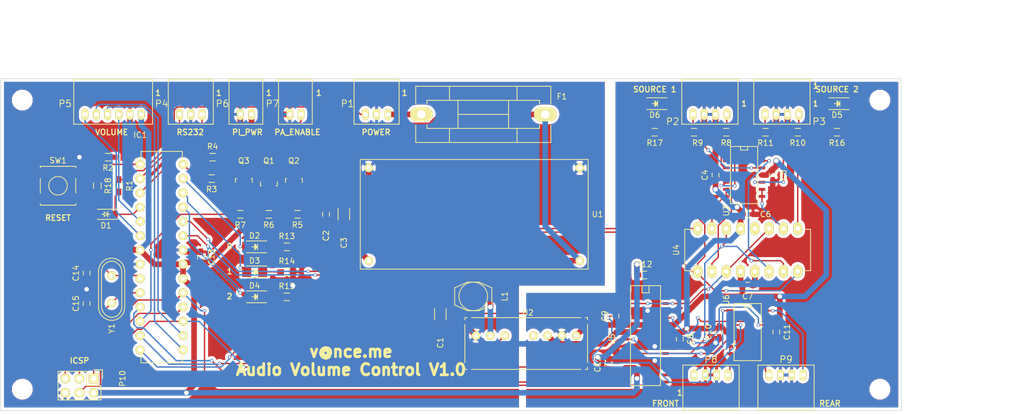
<source format=kicad_pcb>
(kicad_pcb (version 4) (host pcbnew 4.0.1-stable)
  (layers (0 F.Cu signal) (31 B.Cu signal) (34 B.Paste user) (35 F.Paste user) (36 B.SilkS user) (37 F.SilkS user) (38 B.Mask user) (39 F.Mask user) (44 Edge.Cuts user))
  (net 0 "")
  (net 1 /Power/+12V_PA_ENABLE)
  (net 2 GND)
  (net 3 +5VD)
  (net 4 +5VA)
  (net 5 -5VA)
  (net 6 "Net-(C14-Pad2)")
  (net 7 "Net-(C15-Pad2)")
  (net 8 /DIgital_Control/IGNITION)
  (net 9 "Net-(D2-Pad2)")
  (net 10 "Net-(D2-Pad1)")
  (net 11 "Net-(D3-Pad2)")
  (net 12 "Net-(D3-Pad1)")
  (net 13 "Net-(D4-Pad2)")
  (net 14 "Net-(D4-Pad1)")
  (net 15 "/Audio Processing/SOURCE_2_ENABLE")
  (net 16 "Net-(D5-Pad1)")
  (net 17 "/Audio Processing/SOURCE_1_ENABLE")
  (net 18 "Net-(D6-Pad1)")
  (net 19 /Power/+12V_SUPPLY)
  (net 20 /DIgital_Control/RESET)
  (net 21 /DIgital_Control/RX_IN)
  (net 22 /DIgital_Control/TX_OUT)
  (net 23 /DIgital_Control/BTN)
  (net 24 /DIgital_Control/NEO)
  (net 25 "/Audio Processing/CS")
  (net 26 /DIgital_Control/PI_ENABLE)
  (net 27 /DIgital_Control/AUDIO_ENABLE)
  (net 28 "/Audio Processing/MUTE")
  (net 29 /DIgital_Control/ROT_A)
  (net 30 /DIgital_Control/ROT_B)
  (net 31 "/Audio Processing/SDI")
  (net 32 /DIgital_Control/MISO)
  (net 33 "/Audio Processing/SCLK")
  (net 34 /DIgital_Control/PA_ENABLE)
  (net 35 "Net-(L1-Pad2)")
  (net 36 /Power/+12V_IGNITION)
  (net 37 "/Audio Processing/SOURCE_1_LEFT")
  (net 38 "/Audio Processing/SOURCE_1_RIGHT")
  (net 39 "/Audio Processing/SOURCE_2_LEFT")
  (net 40 "/Audio Processing/SOURCE_2_RIGHT")
  (net 41 /Power/+5V_PI)
  (net 42 "/Audio Processing/LEFT_FRONT")
  (net 43 "/Audio Processing/RIGHT_FRONT")
  (net 44 "/Audio Processing/LEFT_REAR")
  (net 45 "/Audio Processing/RIGHT_REAR")
  (net 46 "Net-(Q1-Pad1)")
  (net 47 "Net-(Q1-Pad3)")
  (net 48 "Net-(Q2-Pad1)")
  (net 49 "Net-(R12-Pad2)")
  (net 50 "Net-(U2-Pad5)")
  (net 51 "Net-(U3-Pad1)")
  (net 52 "Net-(U3-Pad6)")
  (net 53 "Net-(U3-Pad8)")
  (net 54 "Net-(U3-Pad13)")
  (net 55 "Net-(U4-Pad11)")
  (net 56 "Net-(U4-Pad14)")
  (net 57 "Net-(U5-Pad5)")
  (net 58 "Net-(U5-Pad8)")
  (net 59 "Net-(U5-Pad16)")
  (net 60 "Net-(U5-Pad21)")
  (net 61 "Net-(U5-Pad24)")
  (net 62 "Net-(C1-Pad1)")
  (module Housings_DIP:DIP-16_W7.62mm_LongPads (layer F.Cu) (at 180.34 85.09 90)
    (fp_text reference U4 (at 3.81 -3.81 90) (layer F.SilkS))
    (fp_text value DG308)
    (pad 1 thru_hole oval (at 0 0 90) (size 2.3 1.6) (drill 0.8) (layers *.Cu *.Mask F.SilkS) (net 17 "/Audio Processing/SOURCE_1_ENABLE"))
    (pad 2 thru_hole oval (at 0 2.54 90) (size 2.3 1.6) (drill 0.8) (layers *.Cu *.Mask F.SilkS) (net 51 "Net-(U3-Pad1)"))
    (pad 3 thru_hole oval (at 0 5.08 90) (size 2.3 1.6) (drill 0.8) (layers *.Cu *.Mask F.SilkS) (net 55 "Net-(U4-Pad11)"))
    (pad 4 thru_hole oval (at 0 7.62 90) (size 2.3 1.6) (drill 0.8) (layers *.Cu *.Mask F.SilkS) (net 5 -5VA))
    (pad 5 thru_hole oval (at 0 10.16 90) (size 2.3 1.6) (drill 0.8) (layers *.Cu *.Mask F.SilkS) (net 2 GND))
    (pad 6 thru_hole oval (at 0 12.7 90) (size 2.3 1.6) (drill 0.8) (layers *.Cu *.Mask F.SilkS) (net 54 "Net-(U3-Pad13)"))
    (pad 7 thru_hole oval (at 0 15.24 90) (size 2.3 1.6) (drill 0.8) (layers *.Cu *.Mask F.SilkS) (net 56 "Net-(U4-Pad14)"))
    (pad 8 thru_hole oval (at 0 17.78 90) (size 2.3 1.6) (drill 0.8) (layers *.Cu *.Mask F.SilkS) (net 17 "/Audio Processing/SOURCE_1_ENABLE"))
    (pad 9 thru_hole oval (at 7.62 17.78 90) (size 2.3 1.6) (drill 0.8) (layers *.Cu *.Mask F.SilkS) (net 15 "/Audio Processing/SOURCE_2_ENABLE"))
    (pad 10 thru_hole oval (at 7.62 15.24 90) (size 2.3 1.6) (drill 0.8) (layers *.Cu *.Mask F.SilkS) (net 53 "Net-(U3-Pad8)"))
    (pad 11 thru_hole oval (at 7.62 12.7 90) (size 2.3 1.6) (drill 0.8) (layers *.Cu *.Mask F.SilkS) (net 55 "Net-(U4-Pad11)"))
    (pad 12 thru_hole oval (at 7.62 10.16 90) (size 2.3 1.6) (drill 0.8) (layers *.Cu *.Mask F.SilkS))
    (pad 13 thru_hole oval (at 7.62 7.62 90) (size 2.3 1.6) (drill 0.8) (layers *.Cu *.Mask F.SilkS) (net 4 +5VA))
    (pad 14 thru_hole oval (at 7.62 5.08 90) (size 2.3 1.6) (drill 0.8) (layers *.Cu *.Mask F.SilkS) (net 56 "Net-(U4-Pad14)"))
    (pad 15 thru_hole oval (at 7.62 2.54 90) (size 2.3 1.6) (drill 0.8) (layers *.Cu *.Mask F.SilkS) (net 52 "Net-(U3-Pad6)"))
    (pad 16 thru_hole oval (at 7.62 0 90) (size 2.3 1.6) (drill 0.8) (layers *.Cu *.Mask F.SilkS) (net 15 "/Audio Processing/SOURCE_2_ENABLE"))
  )
  (module Resistors_SMD:R_0603_HandSoldering (layer F.Cu) (at 172.72 60.325)
    (fp_text reference R17 (at 0 1.905) (layer F.SilkS))
    (fp_text value 220)
    (pad 1 smd rect (at -1.1 0) (size 1.2 0.9) (layers F.Cu F.Paste F.Mask) (net 18 "Net-(D6-Pad1)"))
    (pad 2 smd rect (at 1.1 0) (size 1.2 0.9) (layers F.Cu F.Paste F.Mask) (net 2 GND))
  )
  (module LEDs:LED_1206 (layer F.Cu) (at 172.72 55.245 180)
    (fp_text reference D6 (at 0 -2 180) (layer F.SilkS))
    (fp_text value S1)
    (pad 2 smd rect (at 1.41986 0) (size 1.59766 1.80086) (layers F.Cu F.Paste F.Mask) (net 17 "/Audio Processing/SOURCE_1_ENABLE"))
    (pad 1 smd rect (at -1.41986 0) (size 1.59766 1.80086) (layers F.Cu F.Paste F.Mask) (net 18 "Net-(D6-Pad1)"))
  )
  (module Housings_DIP:DIP-28_W7.62mm (layer F.Cu) (at 81.28 66.04)
    (fp_text reference IC1 (at 0 -5.22) (layer F.SilkS))
    (fp_text value ATMEGA328P-P)
    (pad 1 thru_hole oval (at 0 0) (size 1.6 1.6) (drill 0.8) (layers *.Cu *.Mask F.SilkS) (net 20 /DIgital_Control/RESET))
    (pad 2 thru_hole oval (at 0 2.54) (size 1.6 1.6) (drill 0.8) (layers *.Cu *.Mask F.SilkS) (net 21 /DIgital_Control/RX_IN))
    (pad 3 thru_hole oval (at 0 5.08) (size 1.6 1.6) (drill 0.8) (layers *.Cu *.Mask F.SilkS) (net 22 /DIgital_Control/TX_OUT))
    (pad 4 thru_hole oval (at 0 7.62) (size 1.6 1.6) (drill 0.8) (layers *.Cu *.Mask F.SilkS) (net 8 /DIgital_Control/IGNITION))
    (pad 5 thru_hole oval (at 0 10.16) (size 1.6 1.6) (drill 0.8) (layers *.Cu *.Mask F.SilkS) (net 23 /DIgital_Control/BTN))
    (pad 6 thru_hole oval (at 0 12.7) (size 1.6 1.6) (drill 0.8) (layers *.Cu *.Mask F.SilkS) (net 24 /DIgital_Control/NEO))
    (pad 7 thru_hole oval (at 0 15.24) (size 1.6 1.6) (drill 0.8) (layers *.Cu *.Mask F.SilkS) (net 3 +5VD))
    (pad 8 thru_hole oval (at 0 17.78) (size 1.6 1.6) (drill 0.8) (layers *.Cu *.Mask F.SilkS) (net 2 GND))
    (pad 9 thru_hole oval (at 0 20.32) (size 1.6 1.6) (drill 0.8) (layers *.Cu *.Mask F.SilkS) (net 6 "Net-(C14-Pad2)"))
    (pad 10 thru_hole oval (at 0 22.86) (size 1.6 1.6) (drill 0.8) (layers *.Cu *.Mask F.SilkS) (net 7 "Net-(C15-Pad2)"))
    (pad 11 thru_hole oval (at 0 25.4) (size 1.6 1.6) (drill 0.8) (layers *.Cu *.Mask F.SilkS) (net 25 "/Audio Processing/CS"))
    (pad 12 thru_hole oval (at 0 27.94) (size 1.6 1.6) (drill 0.8) (layers *.Cu *.Mask F.SilkS) (net 26 /DIgital_Control/PI_ENABLE))
    (pad 13 thru_hole oval (at 0 30.48) (size 1.6 1.6) (drill 0.8) (layers *.Cu *.Mask F.SilkS) (net 27 /DIgital_Control/AUDIO_ENABLE))
    (pad 14 thru_hole oval (at 0 33.02) (size 1.6 1.6) (drill 0.8) (layers *.Cu *.Mask F.SilkS) (net 28 "/Audio Processing/MUTE"))
    (pad 15 thru_hole oval (at 7.62 33.02) (size 1.6 1.6) (drill 0.8) (layers *.Cu *.Mask F.SilkS) (net 29 /DIgital_Control/ROT_A))
    (pad 16 thru_hole oval (at 7.62 30.48) (size 1.6 1.6) (drill 0.8) (layers *.Cu *.Mask F.SilkS) (net 30 /DIgital_Control/ROT_B))
    (pad 17 thru_hole oval (at 7.62 27.94) (size 1.6 1.6) (drill 0.8) (layers *.Cu *.Mask F.SilkS) (net 31 "/Audio Processing/SDI"))
    (pad 18 thru_hole oval (at 7.62 25.4) (size 1.6 1.6) (drill 0.8) (layers *.Cu *.Mask F.SilkS) (net 32 /DIgital_Control/MISO))
    (pad 19 thru_hole oval (at 7.62 22.86) (size 1.6 1.6) (drill 0.8) (layers *.Cu *.Mask F.SilkS) (net 33 "/Audio Processing/SCLK"))
    (pad 20 thru_hole oval (at 7.62 20.32) (size 1.6 1.6) (drill 0.8) (layers *.Cu *.Mask F.SilkS) (net 3 +5VD))
    (pad 21 thru_hole oval (at 7.62 17.78) (size 1.6 1.6) (drill 0.8) (layers *.Cu *.Mask F.SilkS) (net 3 +5VD))
    (pad 22 thru_hole oval (at 7.62 15.24) (size 1.6 1.6) (drill 0.8) (layers *.Cu *.Mask F.SilkS) (net 2 GND))
    (pad 23 thru_hole oval (at 7.62 12.7) (size 1.6 1.6) (drill 0.8) (layers *.Cu *.Mask F.SilkS) (net 17 "/Audio Processing/SOURCE_1_ENABLE"))
    (pad 24 thru_hole oval (at 7.62 10.16) (size 1.6 1.6) (drill 0.8) (layers *.Cu *.Mask F.SilkS) (net 15 "/Audio Processing/SOURCE_2_ENABLE"))
    (pad 25 thru_hole oval (at 7.62 7.62) (size 1.6 1.6) (drill 0.8) (layers *.Cu *.Mask F.SilkS) (net 13 "Net-(D4-Pad2)"))
    (pad 26 thru_hole oval (at 7.62 5.08) (size 1.6 1.6) (drill 0.8) (layers *.Cu *.Mask F.SilkS) (net 11 "Net-(D3-Pad2)"))
    (pad 27 thru_hole oval (at 7.62 2.54) (size 1.6 1.6) (drill 0.8) (layers *.Cu *.Mask F.SilkS) (net 9 "Net-(D2-Pad2)"))
    (pad 28 thru_hole oval (at 7.62 0) (size 1.6 1.6) (drill 0.8) (layers *.Cu *.Mask F.SilkS) (net 34 /DIgital_Control/PA_ENABLE))
  )
  (module Pin_Headers:Pin_Header_Straight_2x03 (layer F.Cu) (at 73.025 104.14 270)
    (fp_text reference P10 (at 0 -5.1 270) (layer F.SilkS))
    (fp_text value ICSP)
    (pad 1 thru_hole rect (at 0 0 270) (size 1.7272 1.7272) (drill 1.016) (layers *.Cu *.Mask F.SilkS) (net 32 /DIgital_Control/MISO))
    (pad 2 thru_hole oval (at 2.54 0 270) (size 1.7272 1.7272) (drill 1.016) (layers *.Cu *.Mask F.SilkS) (net 3 +5VD))
    (pad 3 thru_hole oval (at 0 2.54 270) (size 1.7272 1.7272) (drill 1.016) (layers *.Cu *.Mask F.SilkS) (net 33 "/Audio Processing/SCLK"))
    (pad 4 thru_hole oval (at 2.54 2.54 270) (size 1.7272 1.7272) (drill 1.016) (layers *.Cu *.Mask F.SilkS) (net 31 "/Audio Processing/SDI"))
    (pad 5 thru_hole oval (at 0 5.08 270) (size 1.7272 1.7272) (drill 1.016) (layers *.Cu *.Mask F.SilkS) (net 20 /DIgital_Control/RESET))
    (pad 6 thru_hole oval (at 2.54 5.08 270) (size 1.7272 1.7272) (drill 1.016) (layers *.Cu *.Mask F.SilkS) (net 2 GND))
  )
  (module Mounting_Holes:MountingHole_2.7mm_M2.5_ISO7380 (layer F.Cu) (at 212.725 54.61)
    (fp_text reference REF** hide)
    (fp_text value MountingHole_2.7mm_M2.5_ISO7380 hide)
    (pad 1 np_thru_hole circle (at 0 0) (size 2.7 2.7) (drill 2.7) (layers *.Cu *.Mask F.SilkS))
  )
  (module Capacitors_SMD:C_1206_HandSoldering (layer F.Cu) (at 134.62 92.71 270)
    (fp_text reference C1 (at 5.08 0 270) (layer F.SilkS))
    (fp_text value 0.68u)
    (pad 1 smd rect (at -2 0 270) (size 2 1.6) (layers F.Cu F.Paste F.Mask) (net 62 "Net-(C1-Pad1)"))
    (pad 2 smd rect (at 2 0 270) (size 2 1.6) (layers F.Cu F.Paste F.Mask) (net 2 GND))
  )
  (module Capacitors_SMD:C_0603_HandSoldering (layer F.Cu) (at 114.3 74.93 90)
    (fp_text reference C2 (at -3.81 0 90) (layer F.SilkS))
    (fp_text value 0.1u)
    (pad 1 smd rect (at -0.95 0 90) (size 1.2 0.75) (layers F.Cu F.Paste F.Mask) (net 3 +5VD))
    (pad 2 smd rect (at 0.95 0 90) (size 1.2 0.75) (layers F.Cu F.Paste F.Mask) (net 2 GND))
  )
  (module Capacitors_SMD:C_1206_HandSoldering (layer F.Cu) (at 117.475 74.93 90)
    (fp_text reference C3 (at -5.08 0 90) (layer F.SilkS))
    (fp_text value 1u)
    (pad 1 smd rect (at -2 0 90) (size 2 1.6) (layers F.Cu F.Paste F.Mask) (net 3 +5VD))
    (pad 2 smd rect (at 2 0 90) (size 2 1.6) (layers F.Cu F.Paste F.Mask) (net 2 GND))
  )
  (module Capacitors_SMD:C_0603_HandSoldering (layer F.Cu) (at 183.515 67.945 90)
    (fp_text reference C4 (at 0 -1.905 90) (layer F.SilkS))
    (fp_text value 0.1u)
    (pad 1 smd rect (at -0.95 0 90) (size 1.2 0.75) (layers F.Cu F.Paste F.Mask) (net 4 +5VA))
    (pad 2 smd rect (at 0.95 0 90) (size 1.2 0.75) (layers F.Cu F.Paste F.Mask) (net 2 GND))
  )
  (module Capacitors_SMD:C_0603_HandSoldering (layer F.Cu) (at 193.675 67.945 90)
    (fp_text reference C5 (at 0 1.905 90) (layer F.SilkS))
    (fp_text value 0.1u)
    (pad 1 smd rect (at -0.95 0 90) (size 1.2 0.75) (layers F.Cu F.Paste F.Mask) (net 2 GND))
    (pad 2 smd rect (at 0.95 0 90) (size 1.2 0.75) (layers F.Cu F.Paste F.Mask) (net 5 -5VA))
  )
  (module Capacitors_SMD:C_0603_HandSoldering (layer F.Cu) (at 189.23 74.93)
    (fp_text reference C6 (at 3.175 0) (layer F.SilkS))
    (fp_text value 0.1u)
    (pad 1 smd rect (at -0.95 0) (size 1.2 0.75) (layers F.Cu F.Paste F.Mask) (net 4 +5VA))
    (pad 2 smd rect (at 0.95 0) (size 1.2 0.75) (layers F.Cu F.Paste F.Mask) (net 2 GND))
  )
  (module Capacitors_SMD:C_0603_HandSoldering (layer F.Cu) (at 189.23 87.63 180)
    (fp_text reference C7 (at 0 -1.9 180) (layer F.SilkS))
    (fp_text value 0.1u)
    (pad 1 smd rect (at -0.95 0 180) (size 1.2 0.75) (layers F.Cu F.Paste F.Mask) (net 2 GND))
    (pad 2 smd rect (at 0.95 0 180) (size 1.2 0.75) (layers F.Cu F.Paste F.Mask) (net 5 -5VA))
  )
  (module Capacitors_SMD:C_0603_HandSoldering (layer F.Cu) (at 177.165 97.155 270)
    (fp_text reference C8 (at 0 -1.9 270) (layer F.SilkS))
    (fp_text value 0.1u)
    (pad 1 smd rect (at -0.95 0 270) (size 1.2 0.75) (layers F.Cu F.Paste F.Mask) (net 4 +5VA))
    (pad 2 smd rect (at 0.95 0 270) (size 1.2 0.75) (layers F.Cu F.Paste F.Mask) (net 2 GND))
  )
  (module Capacitors_SMD:C_0603_HandSoldering (layer F.Cu) (at 165.735 93.03 270)
    (fp_text reference C9 (at 0 1.905 270) (layer F.SilkS))
    (fp_text value 0.1u)
    (pad 1 smd rect (at -0.95 0 270) (size 1.2 0.75) (layers F.Cu F.Paste F.Mask) (net 2 GND))
    (pad 2 smd rect (at 0.95 0 270) (size 1.2 0.75) (layers F.Cu F.Paste F.Mask) (net 5 -5VA))
  )
  (module Capacitors_SMD:C_0603_HandSoldering (layer F.Cu) (at 184.15 95.885 270)
    (fp_text reference C10 (at 0 1.905 270) (layer F.SilkS))
    (fp_text value 0.1u)
    (pad 1 smd rect (at -0.95 0 270) (size 1.2 0.75) (layers F.Cu F.Paste F.Mask) (net 4 +5VA))
    (pad 2 smd rect (at 0.95 0 270) (size 1.2 0.75) (layers F.Cu F.Paste F.Mask) (net 2 GND))
  )
  (module Capacitors_SMD:C_0603_HandSoldering (layer F.Cu) (at 194.31 95.885 90)
    (fp_text reference C11 (at 0 1.905 90) (layer F.SilkS))
    (fp_text value 0.1u)
    (pad 1 smd rect (at -0.95 0 90) (size 1.2 0.75) (layers F.Cu F.Paste F.Mask) (net 2 GND))
    (pad 2 smd rect (at 0.95 0 90) (size 1.2 0.75) (layers F.Cu F.Paste F.Mask) (net 5 -5VA))
  )
  (module Capacitors_SMD:C_0603_HandSoldering (layer F.Cu) (at 164.465 101.6 90)
    (fp_text reference C12 (at 0 -1.9 90) (layer F.SilkS))
    (fp_text value 0.1u)
    (pad 1 smd rect (at -0.95 0 90) (size 1.2 0.75) (layers F.Cu F.Paste F.Mask) (net 3 +5VD))
    (pad 2 smd rect (at 0.95 0 90) (size 1.2 0.75) (layers F.Cu F.Paste F.Mask) (net 2 GND))
  )
  (module Capacitors_SMD:C_0603_HandSoldering (layer F.Cu) (at 92.075 82.55 90)
    (fp_text reference C13 (at 0 1.905 90) (layer F.SilkS))
    (fp_text value 0.1u)
    (pad 1 smd rect (at -0.95 0 90) (size 1.2 0.75) (layers F.Cu F.Paste F.Mask) (net 3 +5VD))
    (pad 2 smd rect (at 0.95 0 90) (size 1.2 0.75) (layers F.Cu F.Paste F.Mask) (net 2 GND))
  )
  (module Capacitors_SMD:C_0603_HandSoldering (layer F.Cu) (at 71.755 85.405 90)
    (fp_text reference C14 (at 0 -1.9 270) (layer F.SilkS))
    (fp_text value 22p)
    (pad 1 smd rect (at -0.95 0 90) (size 1.2 0.75) (layers F.Cu F.Paste F.Mask) (net 2 GND))
    (pad 2 smd rect (at 0.95 0 90) (size 1.2 0.75) (layers F.Cu F.Paste F.Mask) (net 6 "Net-(C14-Pad2)"))
  )
  (module Capacitors_SMD:C_0603_HandSoldering (layer F.Cu) (at 71.755 90.805 270)
    (fp_text reference C15 (at 0 1.905 270) (layer F.SilkS))
    (fp_text value 22p)
    (pad 1 smd rect (at -0.95 0 270) (size 1.2 0.75) (layers F.Cu F.Paste F.Mask) (net 2 GND))
    (pad 2 smd rect (at 0.95 0 270) (size 1.2 0.75) (layers F.Cu F.Paste F.Mask) (net 7 "Net-(C15-Pad2)"))
  )
  (module Diodes_SMD:SOD-123 (layer F.Cu) (at 75.2 74.93 180)
    (fp_text reference D1 (at 0 -2 180) (layer F.SilkS))
    (fp_text value 5.1V)
    (pad 1 smd rect (at -1.635 0 180) (size 0.91 1.22) (layers F.Cu F.Paste F.Mask) (net 8 /DIgital_Control/IGNITION))
    (pad 2 smd rect (at 1.635 0 180) (size 0.91 1.22) (layers F.Cu F.Paste F.Mask) (net 2 GND))
  )
  (module LEDs:LED_1206 (layer F.Cu) (at 101.621851 80.721511 180)
    (fp_text reference D2 (at 0.021851 1.981511 180) (layer F.SilkS))
    (fp_text value 0)
    (pad 2 smd rect (at 1.41986 0) (size 1.59766 1.80086) (layers F.Cu F.Paste F.Mask) (net 9 "Net-(D2-Pad2)"))
    (pad 1 smd rect (at -1.41986 0) (size 1.59766 1.80086) (layers F.Cu F.Paste F.Mask) (net 10 "Net-(D2-Pad1)"))
  )
  (module LEDs:LED_1206 (layer F.Cu) (at 101.621851 85.166511 180)
    (fp_text reference D3 (at 0.021851 1.981511 180) (layer F.SilkS))
    (fp_text value 1)
    (pad 2 smd rect (at 1.41986 0) (size 1.59766 1.80086) (layers F.Cu F.Paste F.Mask) (net 11 "Net-(D3-Pad2)"))
    (pad 1 smd rect (at -1.41986 0) (size 1.59766 1.80086) (layers F.Cu F.Paste F.Mask) (net 12 "Net-(D3-Pad1)"))
  )
  (module LEDs:LED_1206 (layer F.Cu) (at 101.621851 89.611511 180)
    (fp_text reference D4 (at 0.021851 1.981511 180) (layer F.SilkS))
    (fp_text value 2)
    (pad 2 smd rect (at 1.41986 0) (size 1.59766 1.80086) (layers F.Cu F.Paste F.Mask) (net 13 "Net-(D4-Pad2)"))
    (pad 1 smd rect (at -1.41986 0) (size 1.59766 1.80086) (layers F.Cu F.Paste F.Mask) (net 14 "Net-(D4-Pad1)"))
  )
  (module LEDs:LED_1206 (layer F.Cu) (at 205.105 55.245 180)
    (fp_text reference D5 (at 0 -2 180) (layer F.SilkS))
    (fp_text value S2)
    (pad 2 smd rect (at 1.41986 0) (size 1.59766 1.80086) (layers F.Cu F.Paste F.Mask) (net 15 "/Audio Processing/SOURCE_2_ENABLE"))
    (pad 1 smd rect (at -1.41986 0) (size 1.59766 1.80086) (layers F.Cu F.Paste F.Mask) (net 16 "Net-(D5-Pad1)"))
  )
  (module Fuse_Holders_and_Fuses:Fuseholder5x20_horiz_SemiClosed_Casing10x25mm (layer F.Cu) (at 142.24 57.15)
    (fp_text reference F1 (at 13.97 -3.175) (layer F.SilkS))
    (fp_text value 1A)
    (pad 2 thru_hole oval (at 11.00074 0 270) (size 2.49936 4.0005) (drill 1.50114) (layers *.Cu *.Mask F.SilkS) (net 62 "Net-(C1-Pad1)"))
    (pad 1 thru_hole oval (at -11.00074 0 270) (size 2.49936 4.0005) (drill 1.50114) (layers *.Cu *.Mask F.SilkS) (net 19 /Power/+12V_SUPPLY))
  )
  (module Inductors:SELF-WE-PD3S (layer F.Cu) (at 140.462 89.535)
    (fp_text reference L1 (at 5.588 0 90) (layer F.SilkS))
    (fp_text value 10u)
    (pad 1 smd rect (at -3.048 0) (size 1.99898 1.99898) (layers F.Cu F.Paste F.Mask) (net 62 "Net-(C1-Pad1)"))
    (pad 2 smd rect (at 3.048 0) (size 1.99898 1.99898) (layers F.Cu F.Paste F.Mask) (net 35 "Net-(L1-Pad2)"))
  )
  (module JST:JST-3RA (layer F.Cu) (at 123.285 57.15 180)
    (fp_text reference P1 (at 5.175 1.905 180) (layer F.SilkS) (effects (font (size 1.2 1.2))))
    (fp_text value PWR_IN)
    (pad 1 thru_hole oval (at -2 0 180) (size 1.2 2) (drill 0.8) (layers *.Cu *.Mask F.SilkS) (net 19 /Power/+12V_SUPPLY))
    (pad 2 thru_hole oval (at 0 0 180) (size 1.2 2) (drill 0.8) (layers *.Cu *.Mask F.SilkS) (net 2 GND))
    (pad 3 thru_hole oval (at 2 0 180) (size 1.2 2) (drill 0.8) (layers *.Cu *.Mask F.SilkS) (net 36 /Power/+12V_IGNITION))
  )
  (module JST:JST-4RA (layer F.Cu) (at 182.515 57.15 180)
    (fp_text reference P2 (at 6.62 -1.27 180) (layer F.SilkS) (effects (font (size 1.2 1.2))))
    (fp_text value SOURCE_1)
    (pad 1 thru_hole oval (at -3 0 180) (size 1.2 2) (drill 0.8) (layers *.Cu *.Mask F.SilkS) (net 37 "/Audio Processing/SOURCE_1_LEFT"))
    (pad 2 thru_hole oval (at -1 0 180) (size 1.2 2) (drill 0.8) (layers *.Cu *.Mask F.SilkS) (net 2 GND))
    (pad 3 thru_hole oval (at 1 0 180) (size 1.2 2) (drill 0.8) (layers *.Cu *.Mask F.SilkS) (net 2 GND))
    (pad 4 thru_hole oval (at 3 0 180) (size 1.2 2) (drill 0.8) (layers *.Cu *.Mask F.SilkS) (net 38 "/Audio Processing/SOURCE_1_RIGHT"))
  )
  (module JST:JST-4RA (layer F.Cu) (at 195.31 57.15 180)
    (fp_text reference P3 (at -6.62 -1.27 180) (layer F.SilkS) (effects (font (size 1.2 1.2))))
    (fp_text value SOURCE_2)
    (pad 1 thru_hole oval (at -3 0 180) (size 1.2 2) (drill 0.8) (layers *.Cu *.Mask F.SilkS) (net 39 "/Audio Processing/SOURCE_2_LEFT"))
    (pad 2 thru_hole oval (at -1 0 180) (size 1.2 2) (drill 0.8) (layers *.Cu *.Mask F.SilkS) (net 2 GND))
    (pad 3 thru_hole oval (at 1 0 180) (size 1.2 2) (drill 0.8) (layers *.Cu *.Mask F.SilkS) (net 2 GND))
    (pad 4 thru_hole oval (at 3 0 180) (size 1.2 2) (drill 0.8) (layers *.Cu *.Mask F.SilkS) (net 40 "/Audio Processing/SOURCE_2_RIGHT"))
  )
  (module JST:JST-3RA (layer F.Cu) (at 90.265 57.15 180)
    (fp_text reference P4 (at 5.175 1.905 180) (layer F.SilkS) (effects (font (size 1.2 1.2))))
    (fp_text value RS232)
    (pad 1 thru_hole oval (at -2 0 180) (size 1.2 2) (drill 0.8) (layers *.Cu *.Mask F.SilkS) (net 22 /DIgital_Control/TX_OUT))
    (pad 2 thru_hole oval (at 0 0 180) (size 1.2 2) (drill 0.8) (layers *.Cu *.Mask F.SilkS) (net 2 GND))
    (pad 3 thru_hole oval (at 2 0 180) (size 1.2 2) (drill 0.8) (layers *.Cu *.Mask F.SilkS) (net 21 /DIgital_Control/RX_IN))
  )
  (module JST:JST-6RA (layer F.Cu) (at 76.47 57.15 180)
    (fp_text reference P5 (at 8.525 1.905 180) (layer F.SilkS) (effects (font (size 1.2 1.2))))
    (fp_text value VOL_KNOB)
    (pad 1 thru_hole oval (at -5 0 180) (size 1.2 2) (drill 0.8) (layers *.Cu *.Mask F.SilkS) (net 3 +5VD))
    (pad 2 thru_hole oval (at -3 0 180) (size 1.2 2) (drill 0.8) (layers *.Cu *.Mask F.SilkS) (net 2 GND))
    (pad 3 thru_hole oval (at -1 0 180) (size 1.2 2) (drill 0.8) (layers *.Cu *.Mask F.SilkS) (net 23 /DIgital_Control/BTN))
    (pad 4 thru_hole oval (at 1 0 180) (size 1.2 2) (drill 0.8) (layers *.Cu *.Mask F.SilkS) (net 29 /DIgital_Control/ROT_A))
    (pad 5 thru_hole oval (at 3 0 180) (size 1.2 2) (drill 0.8) (layers *.Cu *.Mask F.SilkS) (net 30 /DIgital_Control/ROT_B))
    (pad 6 thru_hole oval (at 5 0 180) (size 1.2 2) (drill 0.8) (layers *.Cu *.Mask F.SilkS) (net 24 /DIgital_Control/NEO))
  )
  (module JST:JST-2RA (layer F.Cu) (at 100.06 57.15 180)
    (fp_text reference P6 (at 4.175 1.905 180) (layer F.SilkS) (effects (font (size 1.2 1.2))))
    (fp_text value PI_PWR)
    (pad 1 thru_hole oval (at -1 0 180) (size 1.2 2) (drill 0.8) (layers *.Cu *.Mask F.SilkS) (net 41 /Power/+5V_PI))
    (pad 2 thru_hole oval (at 1 0 180) (size 1.2 2) (drill 0.8) (layers *.Cu *.Mask F.SilkS) (net 2 GND))
  )
  (module JST:JST-2RA (layer F.Cu) (at 108.855 57.15 180)
    (fp_text reference P7 (at 4.08 1.905 180) (layer F.SilkS) (effects (font (size 1.2 1.2))))
    (fp_text value PA_EN)
    (pad 1 thru_hole oval (at -1 0 180) (size 1.2 2) (drill 0.8) (layers *.Cu *.Mask F.SilkS) (net 1 /Power/+12V_PA_ENABLE))
    (pad 2 thru_hole oval (at 1 0 180) (size 1.2 2) (drill 0.8) (layers *.Cu *.Mask F.SilkS) (net 2 GND))
  )
  (module JST:JST-4RA (layer F.Cu) (at 182.705 103.505)
    (fp_text reference P8 (at 0 -2.75) (layer F.SilkS) (effects (font (size 1.2 1.2))))
    (fp_text value FRONT)
    (pad 1 thru_hole oval (at -3 0) (size 1.2 2) (drill 0.8) (layers *.Cu *.Mask F.SilkS) (net 42 "/Audio Processing/LEFT_FRONT"))
    (pad 2 thru_hole oval (at -1 0) (size 1.2 2) (drill 0.8) (layers *.Cu *.Mask F.SilkS) (net 2 GND))
    (pad 3 thru_hole oval (at 1 0) (size 1.2 2) (drill 0.8) (layers *.Cu *.Mask F.SilkS) (net 2 GND))
    (pad 4 thru_hole oval (at 3 0) (size 1.2 2) (drill 0.8) (layers *.Cu *.Mask F.SilkS) (net 43 "/Audio Processing/RIGHT_FRONT"))
  )
  (module JST:JST-4RA (layer F.Cu) (at 196.04 103.505)
    (fp_text reference P9 (at 0 -2.75) (layer F.SilkS) (effects (font (size 1.2 1.2))))
    (fp_text value REAR)
    (pad 1 thru_hole oval (at -3 0) (size 1.2 2) (drill 0.8) (layers *.Cu *.Mask F.SilkS) (net 44 "/Audio Processing/LEFT_REAR"))
    (pad 2 thru_hole oval (at -1 0) (size 1.2 2) (drill 0.8) (layers *.Cu *.Mask F.SilkS) (net 2 GND))
    (pad 3 thru_hole oval (at 1 0) (size 1.2 2) (drill 0.8) (layers *.Cu *.Mask F.SilkS) (net 2 GND))
    (pad 4 thru_hole oval (at 3 0) (size 1.2 2) (drill 0.8) (layers *.Cu *.Mask F.SilkS) (net 45 "/Audio Processing/RIGHT_REAR"))
  )
  (module TO_SOT_Packages_SMD:SOT-23_Handsoldering (layer F.Cu) (at 104.14 69.215 180)
    (fp_text reference Q1 (at 0 3.81 180) (layer F.SilkS))
    (fp_text value BC848B)
    (pad 1 smd rect (at -0.95 1.50114 180) (size 0.8001 1.80086) (layers F.Cu F.Paste F.Mask) (net 46 "Net-(Q1-Pad1)"))
    (pad 2 smd rect (at 0.95 1.50114 180) (size 0.8001 1.80086) (layers F.Cu F.Paste F.Mask) (net 2 GND))
    (pad 3 smd rect (at 0 -1.50114 180) (size 0.8001 1.80086) (layers F.Cu F.Paste F.Mask) (net 47 "Net-(Q1-Pad3)"))
  )
  (module TO_SOT_Packages_SMD:SOT-23_Handsoldering (layer F.Cu) (at 108.585 69.215)
    (fp_text reference Q2 (at 0 -3.81) (layer F.SilkS))
    (fp_text value Si2301BDS)
    (pad 1 smd rect (at -0.95 1.50114) (size 0.8001 1.80086) (layers F.Cu F.Paste F.Mask) (net 48 "Net-(Q2-Pad1)"))
    (pad 2 smd rect (at 0.95 1.50114) (size 0.8001 1.80086) (layers F.Cu F.Paste F.Mask) (net 62 "Net-(C1-Pad1)"))
    (pad 3 smd rect (at 0 -1.50114) (size 0.8001 1.80086) (layers F.Cu F.Paste F.Mask) (net 1 /Power/+12V_PA_ENABLE))
  )
  (module TO_SOT_Packages_SMD:SOT-23_Handsoldering (layer F.Cu) (at 99.695 69.215)
    (fp_text reference Q3 (at 0 -3.81) (layer F.SilkS))
    (fp_text value Si2301BDS)
    (pad 1 smd rect (at -0.95 1.50114) (size 0.8001 1.80086) (layers F.Cu F.Paste F.Mask) (net 26 /DIgital_Control/PI_ENABLE))
    (pad 2 smd rect (at 0.95 1.50114) (size 0.8001 1.80086) (layers F.Cu F.Paste F.Mask) (net 3 +5VD))
    (pad 3 smd rect (at 0 -1.50114) (size 0.8001 1.80086) (layers F.Cu F.Paste F.Mask) (net 41 /Power/+5V_PI))
  )
  (module Resistors_SMD:R_0603_HandSoldering (layer F.Cu) (at 77.47 69.85 270)
    (fp_text reference R1 (at 0 -1.9 270) (layer F.SilkS))
    (fp_text value 10k)
    (pad 1 smd rect (at -1.1 0 270) (size 1.2 0.9) (layers F.Cu F.Paste F.Mask) (net 36 /Power/+12V_IGNITION))
    (pad 2 smd rect (at 1.1 0 270) (size 1.2 0.9) (layers F.Cu F.Paste F.Mask) (net 8 /DIgital_Control/IGNITION))
  )
  (module Resistors_SMD:R_0603_HandSoldering (layer F.Cu) (at 75.565 64.77 180)
    (fp_text reference R2 (at 0 -1.9 180) (layer F.SilkS))
    (fp_text value 22k)
    (pad 1 smd rect (at -1.1 0 180) (size 1.2 0.9) (layers F.Cu F.Paste F.Mask) (net 8 /DIgital_Control/IGNITION))
    (pad 2 smd rect (at 1.1 0 180) (size 1.2 0.9) (layers F.Cu F.Paste F.Mask) (net 2 GND))
  )
  (module Resistors_SMD:R_0603_HandSoldering (layer F.Cu) (at 93.98 68.58 180)
    (fp_text reference R3 (at 0 -1.9 180) (layer F.SilkS))
    (fp_text value 10k)
    (pad 1 smd rect (at -1.1 0 180) (size 1.2 0.9) (layers F.Cu F.Paste F.Mask) (net 46 "Net-(Q1-Pad1)"))
    (pad 2 smd rect (at 1.1 0 180) (size 1.2 0.9) (layers F.Cu F.Paste F.Mask) (net 34 /DIgital_Control/PA_ENABLE))
  )
  (module Resistors_SMD:R_0603_HandSoldering (layer F.Cu) (at 94.15 64.77)
    (fp_text reference R4 (at 0 -1.9) (layer F.SilkS))
    (fp_text value 10k)
    (pad 1 smd rect (at -1.1 0) (size 1.2 0.9) (layers F.Cu F.Paste F.Mask) (net 46 "Net-(Q1-Pad1)"))
    (pad 2 smd rect (at 1.1 0) (size 1.2 0.9) (layers F.Cu F.Paste F.Mask) (net 2 GND))
  )
  (module Resistors_SMD:R_0603_HandSoldering (layer F.Cu) (at 109.22 74.93 180)
    (fp_text reference R5 (at 0 -1.9 180) (layer F.SilkS))
    (fp_text value 10k)
    (pad 1 smd rect (at -1.1 0 180) (size 1.2 0.9) (layers F.Cu F.Paste F.Mask) (net 62 "Net-(C1-Pad1)"))
    (pad 2 smd rect (at 1.1 0 180) (size 1.2 0.9) (layers F.Cu F.Paste F.Mask) (net 48 "Net-(Q2-Pad1)"))
  )
  (module Resistors_SMD:R_0603_HandSoldering (layer F.Cu) (at 104.14 74.93 180)
    (fp_text reference R6 (at 0 -1.9 180) (layer F.SilkS))
    (fp_text value 22k)
    (pad 1 smd rect (at -1.1 0 180) (size 1.2 0.9) (layers F.Cu F.Paste F.Mask) (net 48 "Net-(Q2-Pad1)"))
    (pad 2 smd rect (at 1.1 0 180) (size 1.2 0.9) (layers F.Cu F.Paste F.Mask) (net 47 "Net-(Q1-Pad3)"))
  )
  (module Resistors_SMD:R_0603_HandSoldering (layer F.Cu) (at 99.06 74.93)
    (fp_text reference R7 (at 0 1.905) (layer F.SilkS))
    (fp_text value 10k)
    (pad 1 smd rect (at -1.1 0) (size 1.2 0.9) (layers F.Cu F.Paste F.Mask) (net 26 /DIgital_Control/PI_ENABLE))
    (pad 2 smd rect (at 1.1 0) (size 1.2 0.9) (layers F.Cu F.Paste F.Mask) (net 3 +5VD))
  )
  (module Resistors_SMD:R_0603_HandSoldering (layer F.Cu) (at 185.42 60.325 180)
    (fp_text reference R8 (at 0 -1.9 180) (layer F.SilkS))
    (fp_text value 47k)
    (pad 1 smd rect (at -1.1 0 180) (size 1.2 0.9) (layers F.Cu F.Paste F.Mask) (net 37 "/Audio Processing/SOURCE_1_LEFT"))
    (pad 2 smd rect (at 1.1 0 180) (size 1.2 0.9) (layers F.Cu F.Paste F.Mask) (net 2 GND))
  )
  (module Resistors_SMD:R_0603_HandSoldering (layer F.Cu) (at 179.705 60.325)
    (fp_text reference R9 (at 0.635 1.905) (layer F.SilkS))
    (fp_text value 47k)
    (pad 1 smd rect (at -1.1 0) (size 1.2 0.9) (layers F.Cu F.Paste F.Mask) (net 38 "/Audio Processing/SOURCE_1_RIGHT"))
    (pad 2 smd rect (at 1.1 0) (size 1.2 0.9) (layers F.Cu F.Paste F.Mask) (net 2 GND))
  )
  (module Resistors_SMD:R_0603_HandSoldering (layer F.Cu) (at 198.12 60.325 180)
    (fp_text reference R10 (at 0 -1.9 180) (layer F.SilkS))
    (fp_text value 47k)
    (pad 1 smd rect (at -1.1 0 180) (size 1.2 0.9) (layers F.Cu F.Paste F.Mask) (net 39 "/Audio Processing/SOURCE_2_LEFT"))
    (pad 2 smd rect (at 1.1 0 180) (size 1.2 0.9) (layers F.Cu F.Paste F.Mask) (net 2 GND))
  )
  (module Resistors_SMD:R_0603_HandSoldering (layer F.Cu) (at 192.405 60.325)
    (fp_text reference R11 (at 0 1.905) (layer F.SilkS))
    (fp_text value 47k)
    (pad 1 smd rect (at -1.1 0) (size 1.2 0.9) (layers F.Cu F.Paste F.Mask) (net 40 "/Audio Processing/SOURCE_2_RIGHT"))
    (pad 2 smd rect (at 1.1 0) (size 1.2 0.9) (layers F.Cu F.Paste F.Mask) (net 2 GND))
  )
  (module Resistors_SMD:R_0603_HandSoldering (layer F.Cu) (at 170.815 85.725)
    (fp_text reference R12 (at 0 -1.9) (layer F.SilkS))
    (fp_text value 47k)
    (pad 1 smd rect (at -1.1 0) (size 1.2 0.9) (layers F.Cu F.Paste F.Mask) (net 3 +5VD))
    (pad 2 smd rect (at 1.1 0) (size 1.2 0.9) (layers F.Cu F.Paste F.Mask) (net 49 "Net-(R12-Pad2)"))
  )
  (module Resistors_SMD:R_0603_HandSoldering (layer F.Cu) (at 107.336851 80.721511)
    (fp_text reference R13 (at 0 -1.9) (layer F.SilkS))
    (fp_text value 220)
    (pad 1 smd rect (at -1.1 0) (size 1.2 0.9) (layers F.Cu F.Paste F.Mask) (net 10 "Net-(D2-Pad1)"))
    (pad 2 smd rect (at 1.1 0) (size 1.2 0.9) (layers F.Cu F.Paste F.Mask) (net 2 GND))
  )
  (module Resistors_SMD:R_0603_HandSoldering (layer F.Cu) (at 107.336851 85.166511)
    (fp_text reference R14 (at 0 -1.9) (layer F.SilkS))
    (fp_text value 220)
    (pad 1 smd rect (at -1.1 0) (size 1.2 0.9) (layers F.Cu F.Paste F.Mask) (net 12 "Net-(D3-Pad1)"))
    (pad 2 smd rect (at 1.1 0) (size 1.2 0.9) (layers F.Cu F.Paste F.Mask) (net 2 GND))
  )
  (module Resistors_SMD:R_0603_HandSoldering (layer F.Cu) (at 107.336851 89.611511)
    (fp_text reference R15 (at 0 -1.9) (layer F.SilkS))
    (fp_text value 220)
    (pad 1 smd rect (at -1.1 0) (size 1.2 0.9) (layers F.Cu F.Paste F.Mask) (net 14 "Net-(D4-Pad1)"))
    (pad 2 smd rect (at 1.1 0) (size 1.2 0.9) (layers F.Cu F.Paste F.Mask) (net 2 GND))
  )
  (module Resistors_SMD:R_0603_HandSoldering (layer F.Cu) (at 205.105 60.325)
    (fp_text reference R16 (at 0 1.905) (layer F.SilkS))
    (fp_text value 220)
    (pad 1 smd rect (at -1.1 0) (size 1.2 0.9) (layers F.Cu F.Paste F.Mask) (net 16 "Net-(D5-Pad1)"))
    (pad 2 smd rect (at 1.1 0) (size 1.2 0.9) (layers F.Cu F.Paste F.Mask) (net 2 GND))
  )
  (module Resistors_SMD:R_0603_HandSoldering (layer F.Cu) (at 73.66 69.85 270)
    (fp_text reference R18 (at 0 -1.905 270) (layer F.SilkS))
    (fp_text value 10k)
    (pad 1 smd rect (at -1.1 0 270) (size 1.2 0.9) (layers F.Cu F.Paste F.Mask) (net 3 +5VD))
    (pad 2 smd rect (at 1.1 0 270) (size 1.2 0.9) (layers F.Cu F.Paste F.Mask) (net 20 /DIgital_Control/RESET))
  )
  (module Buttons_Switches_SMD:SW_SPST_B3S-1000 (layer F.Cu) (at 66.675 69.85)
    (fp_text reference SW1 (at 0 -4.5) (layer F.SilkS))
    (fp_text value SW_PUSH)
    (pad 1 smd rect (at -3.975 -2.25) (size 1.55 1.3) (layers F.Cu F.Paste F.Mask) (net 2 GND))
    (pad 1 smd rect (at 3.975 -2.25) (size 1.55 1.3) (layers F.Cu F.Paste F.Mask) (net 2 GND))
    (pad 2 smd rect (at -3.975 2.25) (size 1.55 1.3) (layers F.Cu F.Paste F.Mask) (net 20 /DIgital_Control/RESET))
    (pad 2 smd rect (at 3.975 2.25) (size 1.55 1.3) (layers F.Cu F.Paste F.Mask) (net 20 /DIgital_Control/RESET))
  )
  (module Buck_Converter:Buck_Converter (layer F.Cu) (at 141.385 83.175 180)
    (fp_text reference U1 (at -21.175 8.245 180) (layer F.SilkS))
    (fp_text value Buck_Converter)
    (pad 1 thru_hole circle (at -18 0 180) (size 1.524 1.524) (drill 0.762) (layers *.Cu *.Mask F.SilkS) (net 62 "Net-(C1-Pad1)"))
    (pad 3 thru_hole circle (at 19.5 0 180) (size 1.524 1.524) (drill 0.762) (layers *.Cu *.Mask F.SilkS) (net 3 +5VD))
    (pad 4 thru_hole circle (at 19.5 16.5 180) (size 1.524 1.524) (drill 0.762) (layers *.Cu *.Mask F.SilkS) (net 2 GND))
    (pad 2 thru_hole circle (at -18 16.5 180) (size 1.524 1.524) (drill 0.762) (layers *.Cu *.Mask F.SilkS) (net 2 GND))
  )
  (module TracoPower:TMR_3 (layer F.Cu) (at 140.97 96.52)
    (fp_text reference U2 (at 9.2 -4.1) (layer F.SilkS))
    (fp_text value TMR_3-1221)
    (pad 1 thru_hole circle (at 0 0) (size 1.524 1.524) (drill 0.762) (layers *.Cu *.Mask F.SilkS) (net 2 GND))
    (pad 2 thru_hole circle (at 2.54 0) (size 1.524 1.524) (drill 0.762) (layers *.Cu *.Mask F.SilkS) (net 35 "Net-(L1-Pad2)"))
    (pad 3 thru_hole circle (at 5.08 0) (size 1.524 1.524) (drill 0.762) (layers *.Cu *.Mask F.SilkS) (net 27 /DIgital_Control/AUDIO_ENABLE))
    (pad 5 thru_hole circle (at 10.16 0) (size 1.524 1.524) (drill 0.762) (layers *.Cu *.Mask F.SilkS) (net 50 "Net-(U2-Pad5)"))
    (pad 6 thru_hole circle (at 12.7 0) (size 1.524 1.524) (drill 0.762) (layers *.Cu *.Mask F.SilkS) (net 4 +5VA))
    (pad 7 thru_hole circle (at 15.24 0) (size 1.524 1.524) (drill 0.762) (layers *.Cu *.Mask F.SilkS) (net 2 GND))
    (pad 8 thru_hole circle (at 17.78 0) (size 1.524 1.524) (drill 0.762) (layers *.Cu *.Mask F.SilkS) (net 5 -5VA))
  )
  (module SMD_Packages:SOIC-14_N (layer F.Cu) (at 188.722 67.945 270)
    (fp_text reference U3 (at 6.35 3.302 270) (layer F.SilkS))
    (fp_text value OPA1664)
    (pad 1 smd rect (at -3.81 3.302 270) (size 0.508 1.143) (layers F.Cu F.Paste F.Mask) (net 51 "Net-(U3-Pad1)"))
    (pad 2 smd rect (at -2.54 3.302 270) (size 0.508 1.143) (layers F.Cu F.Paste F.Mask) (net 51 "Net-(U3-Pad1)"))
    (pad 3 smd rect (at -1.27 3.302 270) (size 0.508 1.143) (layers F.Cu F.Paste F.Mask) (net 37 "/Audio Processing/SOURCE_1_LEFT"))
    (pad 4 smd rect (at 0 3.302 270) (size 0.508 1.143) (layers F.Cu F.Paste F.Mask) (net 4 +5VA))
    (pad 5 smd rect (at 1.27 3.302 270) (size 0.508 1.143) (layers F.Cu F.Paste F.Mask) (net 40 "/Audio Processing/SOURCE_2_RIGHT"))
    (pad 6 smd rect (at 2.54 3.302 270) (size 0.508 1.143) (layers F.Cu F.Paste F.Mask) (net 52 "Net-(U3-Pad6)"))
    (pad 7 smd rect (at 3.81 3.302 270) (size 0.508 1.143) (layers F.Cu F.Paste F.Mask) (net 52 "Net-(U3-Pad6)"))
    (pad 8 smd rect (at 3.81 -3.048 270) (size 0.508 1.143) (layers F.Cu F.Paste F.Mask) (net 53 "Net-(U3-Pad8)"))
    (pad 9 smd rect (at 2.54 -3.048 270) (size 0.508 1.143) (layers F.Cu F.Paste F.Mask) (net 53 "Net-(U3-Pad8)"))
    (pad 11 smd rect (at 0 -3.048 270) (size 0.508 1.143) (layers F.Cu F.Paste F.Mask) (net 5 -5VA))
    (pad 12 smd rect (at -1.27 -3.048 270) (size 0.508 1.143) (layers F.Cu F.Paste F.Mask) (net 38 "/Audio Processing/SOURCE_1_RIGHT"))
    (pad 13 smd rect (at -2.54 -3.048 270) (size 0.508 1.143) (layers F.Cu F.Paste F.Mask) (net 54 "Net-(U3-Pad13)"))
    (pad 14 smd rect (at -3.81 -3.048 270) (size 0.508 1.143) (layers F.Cu F.Paste F.Mask) (net 54 "Net-(U3-Pad13)"))
    (pad 10 smd rect (at 1.27 -3.048 270) (size 0.508 1.143) (layers F.Cu F.Paste F.Mask) (net 39 "/Audio Processing/SOURCE_2_LEFT"))
  )
  (module SMD_Packages:SOIC-28 (layer F.Cu) (at 171.069 96.52 270)
    (fp_text reference U5 (at 0.635 5.969 270) (layer F.SilkS))
    (fp_text value PGA4311)
    (pad 1 smd rect (at -8.255 3.556 270) (size 0.508 1.143) (layers F.Cu F.Paste F.Mask) (net 28 "/Audio Processing/MUTE"))
    (pad 2 smd rect (at -6.985 3.556 270) (size 0.508 1.143) (layers F.Cu F.Paste F.Mask) (net 2 GND))
    (pad 3 smd rect (at -5.715 3.556 270) (size 0.508 1.143) (layers F.Cu F.Paste F.Mask) (net 55 "Net-(U4-Pad11)"))
    (pad 4 smd rect (at -4.445 3.556 270) (size 0.508 1.143) (layers F.Cu F.Paste F.Mask) (net 2 GND))
    (pad 5 smd rect (at -3.175 3.556 270) (size 0.508 1.143) (layers F.Cu F.Paste F.Mask) (net 57 "Net-(U5-Pad5)"))
    (pad 6 smd rect (at -1.905 3.556 270) (size 0.508 1.143) (layers F.Cu F.Paste F.Mask) (net 5 -5VA))
    (pad 7 smd rect (at -0.635 3.556 270) (size 0.508 1.143) (layers F.Cu F.Paste F.Mask) (net 4 +5VA))
    (pad 8 smd rect (at 0.635 3.556 270) (size 0.508 1.143) (layers F.Cu F.Paste F.Mask) (net 58 "Net-(U5-Pad8)"))
    (pad 9 smd rect (at 1.905 3.556 270) (size 0.508 1.143) (layers F.Cu F.Paste F.Mask) (net 2 GND))
    (pad 10 smd rect (at 3.175 3.556 270) (size 0.508 1.143) (layers F.Cu F.Paste F.Mask) (net 56 "Net-(U4-Pad14)"))
    (pad 11 smd rect (at 4.445 3.556 270) (size 0.508 1.143) (layers F.Cu F.Paste F.Mask) (net 2 GND))
    (pad 12 smd rect (at 5.715 3.556 270) (size 0.508 1.143) (layers F.Cu F.Paste F.Mask) (net 3 +5VD))
    (pad 13 smd rect (at 6.985 3.556 270) (size 0.508 1.143) (layers F.Cu F.Paste F.Mask) (net 31 "/Audio Processing/SDI"))
    (pad 14 smd rect (at 8.255 3.556 270) (size 0.508 1.143) (layers F.Cu F.Paste F.Mask) (net 25 "/Audio Processing/CS"))
    (pad 15 smd rect (at 8.255 -3.556 270) (size 0.508 1.143) (layers F.Cu F.Paste F.Mask) (net 33 "/Audio Processing/SCLK"))
    (pad 16 smd rect (at 6.985 -3.556 270) (size 0.508 1.143) (layers F.Cu F.Paste F.Mask) (net 59 "Net-(U5-Pad16)"))
    (pad 17 smd rect (at 5.715 -3.556 270) (size 0.508 1.143) (layers F.Cu F.Paste F.Mask) (net 2 GND))
    (pad 18 smd rect (at 4.445 -3.556 270) (size 0.508 1.143) (layers F.Cu F.Paste F.Mask) (net 2 GND))
    (pad 19 smd rect (at 3.175 -3.556 270) (size 0.508 1.143) (layers F.Cu F.Paste F.Mask) (net 56 "Net-(U4-Pad14)"))
    (pad 20 smd rect (at 1.905 -3.556 270) (size 0.508 1.143) (layers F.Cu F.Paste F.Mask) (net 2 GND))
    (pad 21 smd rect (at 0.635 -3.556 270) (size 0.508 1.143) (layers F.Cu F.Paste F.Mask) (net 60 "Net-(U5-Pad21)"))
    (pad 22 smd rect (at -0.635 -3.556 270) (size 0.508 1.143) (layers F.Cu F.Paste F.Mask) (net 4 +5VA))
    (pad 23 smd rect (at -1.905 -3.556 270) (size 0.508 1.143) (layers F.Cu F.Paste F.Mask) (net 5 -5VA))
    (pad 24 smd rect (at -3.175 -3.556 270) (size 0.508 1.143) (layers F.Cu F.Paste F.Mask) (net 61 "Net-(U5-Pad24)"))
    (pad 25 smd rect (at -4.445 -3.556 270) (size 0.508 1.143) (layers F.Cu F.Paste F.Mask) (net 2 GND))
    (pad 26 smd rect (at -5.715 -3.556 270) (size 0.508 1.143) (layers F.Cu F.Paste F.Mask) (net 55 "Net-(U4-Pad11)"))
    (pad 27 smd rect (at -6.985 -3.556 270) (size 0.508 1.143) (layers F.Cu F.Paste F.Mask) (net 2 GND))
    (pad 28 smd rect (at -8.255 -3.556 270) (size 0.508 1.143) (layers F.Cu F.Paste F.Mask) (net 49 "Net-(R12-Pad2)"))
  )
  (module SMD_Packages:SOIC-14_N (layer F.Cu) (at 189.357 95.885 270)
    (fp_text reference U6 (at -5.715 3.937 270) (layer F.SilkS))
    (fp_text value OPA1664)
    (pad 1 smd rect (at -3.81 3.302 270) (size 0.508 1.143) (layers F.Cu F.Paste F.Mask) (net 42 "/Audio Processing/LEFT_FRONT"))
    (pad 2 smd rect (at -2.54 3.302 270) (size 0.508 1.143) (layers F.Cu F.Paste F.Mask) (net 42 "/Audio Processing/LEFT_FRONT"))
    (pad 3 smd rect (at -1.27 3.302 270) (size 0.508 1.143) (layers F.Cu F.Paste F.Mask) (net 57 "Net-(U5-Pad5)"))
    (pad 4 smd rect (at 0 3.302 270) (size 0.508 1.143) (layers F.Cu F.Paste F.Mask) (net 4 +5VA))
    (pad 5 smd rect (at 1.27 3.302 270) (size 0.508 1.143) (layers F.Cu F.Paste F.Mask) (net 58 "Net-(U5-Pad8)"))
    (pad 6 smd rect (at 2.54 3.302 270) (size 0.508 1.143) (layers F.Cu F.Paste F.Mask) (net 43 "/Audio Processing/RIGHT_FRONT"))
    (pad 7 smd rect (at 3.81 3.302 270) (size 0.508 1.143) (layers F.Cu F.Paste F.Mask) (net 43 "/Audio Processing/RIGHT_FRONT"))
    (pad 8 smd rect (at 3.81 -3.048 270) (size 0.508 1.143) (layers F.Cu F.Paste F.Mask) (net 44 "/Audio Processing/LEFT_REAR"))
    (pad 9 smd rect (at 2.54 -3.048 270) (size 0.508 1.143) (layers F.Cu F.Paste F.Mask) (net 44 "/Audio Processing/LEFT_REAR"))
    (pad 11 smd rect (at 0 -3.048 270) (size 0.508 1.143) (layers F.Cu F.Paste F.Mask) (net 5 -5VA))
    (pad 12 smd rect (at -1.27 -3.048 270) (size 0.508 1.143) (layers F.Cu F.Paste F.Mask) (net 60 "Net-(U5-Pad21)"))
    (pad 13 smd rect (at -2.54 -3.048 270) (size 0.508 1.143) (layers F.Cu F.Paste F.Mask) (net 45 "/Audio Processing/RIGHT_REAR"))
    (pad 14 smd rect (at -3.81 -3.048 270) (size 0.508 1.143) (layers F.Cu F.Paste F.Mask) (net 45 "/Audio Processing/RIGHT_REAR"))
    (pad 10 smd rect (at 1.27 -3.048 270) (size 0.508 1.143) (layers F.Cu F.Paste F.Mask) (net 61 "Net-(U5-Pad24)"))
  )
  (module Crystals:Crystal_HC49-U_Vertical (layer F.Cu) (at 76.2 88.265 270)
    (fp_text reference Y1 (at 6.985 0 270) (layer F.SilkS))
    (fp_text value 16MHz)
    (pad 1 thru_hole circle (at -2.44094 0 270) (size 1.50114 1.50114) (drill 0.8001) (layers *.Cu *.Mask F.SilkS) (net 6 "Net-(C14-Pad2)"))
    (pad 2 thru_hole circle (at 2.44094 0 270) (size 1.50114 1.50114) (drill 0.8001) (layers *.Cu *.Mask F.SilkS) (net 7 "Net-(C15-Pad2)"))
  )
  (module Mounting_Holes:MountingHole_2.7mm_M2.5_ISO7380 (layer F.Cu) (at 60.325 54.61)
    (fp_text reference REF** hide)
    (fp_text value MountingHole_2.7mm_M2.5_ISO7380 hide)
    (pad 1 np_thru_hole circle (at 0 0) (size 2.7 2.7) (drill 2.7) (layers *.Cu *.Mask F.SilkS))
  )
  (module Mounting_Holes:MountingHole_2.7mm_M2.5_ISO7380 (layer F.Cu) (at 212.725 106.045)
    (fp_text reference REF** hide)
    (fp_text value MountingHole_2.7mm_M2.5_ISO7380 hide)
    (pad 1 np_thru_hole circle (at 0 0) (size 2.7 2.7) (drill 2.7) (layers *.Cu *.Mask F.SilkS))
  )
  (module Mounting_Holes:MountingHole_2.7mm_M2.5_ISO7380 (layer F.Cu) (at 60.325 106.045)
    (fp_text reference REF** hide)
    (fp_text value MountingHole_2.7mm_M2.5_ISO7380 hide)
    (pad 1 np_thru_hole circle (at 0 0) (size 2.7 2.7) (drill 2.7) (layers *.Cu *.Mask F.SilkS))
  )
  (gr_text 1 (at 177.165 106.68) (layer F.SilkS) (effects (font (size 1 1) (thickness 0.2))))
  (gr_text 1 (at 201.295 55.245) (layer F.SilkS) (effects (font (size 1 1) (thickness 0.2))))
  (gr_text 1 (at 201.295 52.07) (layer F.SilkS) (effects (font (size 1 1) (thickness 0.2))))
  (gr_text 1 (at 188.595 55.245) (layer F.SilkS) (effects (font (size 1 1) (thickness 0.2))))
  (gr_text 1 (at 84.455 53.34) (layer F.SilkS) (effects (font (size 1 1) (thickness 0.2))))
  (gr_text 1 (at 95.25 53.34) (layer F.SilkS) (effects (font (size 1 1) (thickness 0.2))))
  (gr_text 1 (at 104.14 53.34) (layer F.SilkS) (effects (font (size 1 1) (thickness 0.2))))
  (gr_text 1 (at 113.03 53.34) (layer F.SilkS) (effects (font (size 1 1) (thickness 0.2))))
  (gr_text 1 (at 128.27 53.34) (layer F.SilkS) (effects (font (size 1 1) (thickness 0.2))))
  (gr_text 2 (at 97.155 89.535) (layer F.SilkS) (effects (font (size 1 1) (thickness 0.2))))
  (gr_text 1 (at 97.155 85.09) (layer F.SilkS) (effects (font (size 1 1) (thickness 0.2))))
  (gr_text 0 (at 97.155 80.645) (layer F.SilkS) (effects (font (size 1 1) (thickness 0.2))))
  (gr_text RESET (at 66.675 75.565) (layer F.SilkS) (effects (font (size 1 1) (thickness 0.2))))
  (gr_text ICSP (at 70.485 100.965) (layer F.SilkS) (effects (font (size 1 1) (thickness 0.2))))
  (gr_text "v@nce.me\nAudio Volume Control V1.0" (at 118.745 100.965) (layer F.SilkS) (effects (font (size 2 2) (thickness 0.5))))
  (gr_text FRONT (at 174.625 108.585) (layer F.SilkS) (effects (font (size 1 1) (thickness 0.2))))
  (gr_text REAR (at 203.835 108.585) (layer F.SilkS) (effects (font (size 1 1) (thickness 0.2))))
  (gr_text "SOURCE 2" (at 205.105 52.705) (layer F.SilkS) (effects (font (size 1 1) (thickness 0.2))))
  (gr_text "SOURCE 1" (at 172.72 52.705) (layer F.SilkS) (effects (font (size 1 1) (thickness 0.2))))
  (gr_text POWER (at 123.19 60.325) (layer F.SilkS) (effects (font (size 1 1) (thickness 0.2))))
  (gr_text PA_ENABLE (at 109.22 60.325) (layer F.SilkS) (effects (font (size 1 1) (thickness 0.2))))
  (gr_text PI_PWR (at 100.33 60.325) (layer F.SilkS) (effects (font (size 1 1) (thickness 0.2))))
  (gr_text RS232 (at 90.17 60.325) (layer F.SilkS) (effects (font (size 1 1) (thickness 0.2))))
  (gr_text VOLUME (at 76.2 60.325) (layer F.SilkS) (effects (font (size 1 1) (thickness 0.2))))
  (gr_line (start 216.535 50.8) (end 216.535 109.855) (layer Edge.Cuts) (width 0.1))
  (gr_line (start 56.515 109.855) (end 56.515 50.8) (layer Edge.Cuts) (width 0.1))
  (gr_line (start 216.535 109.855) (end 56.515 109.855) (layer Edge.Cuts) (width 0.1))
  (gr_line (start 56.515 50.8) (end 216.535 50.8) (layer Edge.Cuts) (width 0.1))
  (segment (start 108.585 59.69) (end 109.855 58.42) (width 0.25) (layer F.Cu) (net 1))
  (segment (start 109.855 58.42) (end 109.855 57.15) (width 0.25) (layer F.Cu) (net 1))
  (segment (start 108.585 67.71386) (end 108.585 59.69) (width 0.25) (layer F.Cu) (net 1))
  (segment (start 184.15 96.835) (end 184.15 97.155) (width 1) (layer F.Cu) (net 2))
  (via (at 183.515 97.79) (size 1) (drill 0.8) (layers F.Cu B.Cu) (net 2))
  (segment (start 184.15 97.155) (end 183.515 97.79) (width 1) (layer F.Cu) (net 2))
  (segment (start 172.72 100.965) (end 174.625 100.965) (width 1) (layer F.Cu) (net 2))
  (segment (start 167.513 100.965) (end 172.72 100.965) (width 1) (layer F.Cu) (net 2))
  (via (at 172.72 100.965) (size 1) (drill 0.8) (layers F.Cu B.Cu) (net 2))
  (segment (start 172.72 98.425) (end 174.625 98.425) (width 1) (layer F.Cu) (net 2))
  (segment (start 167.513 98.425) (end 172.72 98.425) (width 1) (layer F.Cu) (net 2))
  (via (at 172.72 98.425) (size 1) (drill 0.8) (layers F.Cu B.Cu) (net 2))
  (segment (start 171.45 92.075) (end 174.625 92.075) (width 1) (layer F.Cu) (net 2))
  (segment (start 168.328502 92.075) (end 171.45 92.075) (width 1) (layer F.Cu) (net 2))
  (via (at 171.45 92.075) (size 1) (drill 0.8) (layers F.Cu B.Cu) (net 2))
  (segment (start 168.323502 92.08) (end 168.328502 92.075) (width 1) (layer F.Cu) (net 2))
  (segment (start 165.735 92.08) (end 168.323502 92.08) (width 1) (layer F.Cu) (net 2))
  (segment (start 168.275 89.535) (end 167.513 89.535) (width 1) (layer F.Cu) (net 2))
  (segment (start 167.513 92.075) (end 165.74 92.075) (width 1) (layer F.Cu) (net 2))
  (segment (start 165.74 92.075) (end 165.735 92.08) (width 1) (layer F.Cu) (net 2))
  (segment (start 174.625 89.535) (end 173.809498 89.535) (width 1) (layer F.Cu) (net 2))
  (segment (start 173.809498 92.075) (end 174.625 92.075) (width 1) (layer F.Cu) (net 2))
  (segment (start 173.809498 89.535) (end 173.353499 89.990999) (width 1) (layer F.Cu) (net 2))
  (segment (start 173.353499 89.990999) (end 173.353499 91.619001) (width 1) (layer F.Cu) (net 2))
  (segment (start 173.353499 91.619001) (end 173.809498 92.075) (width 1) (layer F.Cu) (net 2))
  (segment (start 168.328502 89.535) (end 173.355 89.535) (width 1) (layer F.Cu) (net 2))
  (segment (start 173.355 89.535) (end 174.625 89.535) (width 1) (layer F.Cu) (net 2))
  (segment (start 177.165 98.105) (end 176.845 98.425) (width 1) (layer F.Cu) (net 2))
  (segment (start 176.845 98.425) (end 174.625 98.425) (width 1) (layer F.Cu) (net 2))
  (segment (start 172.4 61.595) (end 168.275 61.595) (width 1) (layer F.Cu) (net 2))
  (segment (start 206.205 58.875) (end 206.205 60.325) (width 1) (layer F.Cu) (net 2))
  (segment (start 168.275 61.595) (end 168.275 55.310878) (width 1) (layer F.Cu) (net 2))
  (segment (start 168.275 55.310878) (end 170.391319 53.194559) (width 1) (layer F.Cu) (net 2))
  (segment (start 170.391319 53.194559) (end 207.925421 53.194559) (width 1) (layer F.Cu) (net 2))
  (segment (start 207.925421 53.194559) (end 208.408701 53.677839) (width 1) (layer F.Cu) (net 2))
  (segment (start 208.408701 53.677839) (end 208.408701 56.671299) (width 1) (layer F.Cu) (net 2))
  (segment (start 208.408701 56.671299) (end 206.205 58.875) (width 1) (layer F.Cu) (net 2))
  (segment (start 174.625 100.965) (end 174.625 102.235) (width 1) (layer F.Cu) (net 2))
  (segment (start 164.465 100.65) (end 167.198 100.65) (width 1) (layer F.Cu) (net 2))
  (segment (start 167.198 100.65) (end 167.513 100.965) (width 1) (layer F.Cu) (net 2))
  (segment (start 184.32 60.325) (end 183.515 61.13) (width 1) (layer F.Cu) (net 2))
  (segment (start 183.515 61.13) (end 183.515 66.995) (width 1) (layer F.Cu) (net 2))
  (segment (start 190.18 74.93) (end 191.78 74.93) (width 1) (layer F.Cu) (net 2))
  (segment (start 191.78 74.93) (end 193.675 73.035) (width 1) (layer F.Cu) (net 2))
  (segment (start 193.675 73.035) (end 193.675 70.495) (width 1) (layer F.Cu) (net 2))
  (segment (start 193.675 70.495) (end 193.675 68.895) (width 1) (layer F.Cu) (net 2))
  (segment (start 190.5 85.09) (end 190.5 87.31) (width 1) (layer F.Cu) (net 2))
  (segment (start 190.5 87.31) (end 190.18 87.63) (width 1) (layer F.Cu) (net 2))
  (segment (start 173.82 60.325) (end 173.67 60.325) (width 1) (layer F.Cu) (net 2))
  (segment (start 173.67 60.325) (end 172.4 61.595) (width 1) (layer F.Cu) (net 2))
  (segment (start 196.31 57.15) (end 196.31 59.615) (width 1) (layer F.Cu) (net 2))
  (segment (start 196.31 59.615) (end 197.02 60.325) (width 1) (layer F.Cu) (net 2))
  (segment (start 193.505 60.325) (end 194.31 59.52) (width 1) (layer F.Cu) (net 2))
  (segment (start 194.31 59.52) (end 194.31 57.15) (width 1) (layer F.Cu) (net 2))
  (segment (start 206.205 60.325) (end 206.055 60.325) (width 1) (layer F.Cu) (net 2))
  (segment (start 183.515 57.15) (end 183.515 59.52) (width 1) (layer F.Cu) (net 2))
  (segment (start 183.515 59.52) (end 184.32 60.325) (width 1) (layer F.Cu) (net 2))
  (segment (start 181.515 57.15) (end 181.515 59.615) (width 1) (layer F.Cu) (net 2))
  (segment (start 181.515 59.615) (end 180.805 60.325) (width 1) (layer F.Cu) (net 2))
  (segment (start 140.97 96.52) (end 142.432001 97.982001) (width 1) (layer B.Cu) (net 2))
  (segment (start 142.432001 97.982001) (end 154.747999 97.982001) (width 1) (layer B.Cu) (net 2))
  (segment (start 154.747999 97.982001) (end 155.448001 97.281999) (width 1) (layer B.Cu) (net 2))
  (segment (start 155.448001 97.281999) (end 156.21 96.52) (width 1) (layer B.Cu) (net 2))
  (segment (start 134.62 94.71) (end 139.16 94.71) (width 1) (layer F.Cu) (net 2))
  (segment (start 139.16 94.71) (end 140.97 96.52) (width 1) (layer F.Cu) (net 2))
  (segment (start 108.436851 87.63) (end 108.436851 89.611511) (width 1) (layer F.Cu) (net 2))
  (segment (start 108.436851 85.166511) (end 108.436851 87.63) (width 1) (layer F.Cu) (net 2))
  (via (at 108.436851 87.63) (size 1) (drill 0.8) (layers F.Cu B.Cu) (net 2))
  (segment (start 108.436851 80.721511) (end 108.436851 85.166511) (width 1) (layer F.Cu) (net 2))
  (via (at 71.755 88.265) (size 1) (drill 0.8) (layers F.Cu B.Cu) (net 2))
  (segment (start 74.465 64.77) (end 79.47 59.765) (width 1) (layer F.Cu) (net 2))
  (segment (start 79.47 59.765) (end 79.47 57.15) (width 1) (layer F.Cu) (net 2))
  (segment (start 70.65 67.6) (end 70.65 64.935) (width 1) (layer F.Cu) (net 2))
  (segment (start 70.65 64.935) (end 70.485 64.77) (width 1) (layer F.Cu) (net 2))
  (via (at 70.485 64.77) (size 1) (drill 0.8) (layers F.Cu B.Cu) (net 2))
  (segment (start 70.65 67.6) (end 70.65 69.414998) (width 1) (layer F.Cu) (net 2))
  (segment (start 70.65 69.414998) (end 69.174999 70.889999) (width 1) (layer F.Cu) (net 2))
  (segment (start 69.174999 70.889999) (end 69.174999 73.310001) (width 1) (layer F.Cu) (net 2))
  (segment (start 72.11 74.93) (end 73.565 74.93) (width 1) (layer F.Cu) (net 2))
  (segment (start 69.174999 73.310001) (end 70.794998 74.93) (width 1) (layer F.Cu) (net 2))
  (segment (start 70.794998 74.93) (end 72.11 74.93) (width 1) (layer F.Cu) (net 2))
  (segment (start 70.65 67.6) (end 71.635 67.6) (width 1) (layer F.Cu) (net 2))
  (segment (start 71.635 67.6) (end 74.465 64.77) (width 1) (layer F.Cu) (net 2))
  (segment (start 71.755 89.855) (end 71.755 88.265) (width 1) (layer F.Cu) (net 2))
  (segment (start 71.755 88.265) (end 71.755 86.355) (width 1) (layer F.Cu) (net 2))
  (segment (start 92.075 81.6) (end 89.22 81.6) (width 1) (layer F.Cu) (net 2))
  (segment (start 89.22 81.6) (end 88.9 81.28) (width 1) (layer F.Cu) (net 2))
  (segment (start 117.475 72.93) (end 115.35 72.93) (width 1) (layer F.Cu) (net 2))
  (segment (start 115.35 72.93) (end 114.3 73.98) (width 1) (layer F.Cu) (net 2))
  (segment (start 121.885 66.675) (end 121.885 68.52) (width 1) (layer F.Cu) (net 2))
  (segment (start 121.885 68.52) (end 117.475 72.93) (width 1) (layer F.Cu) (net 2))
  (segment (start 107.855 57.15) (end 106.255 57.15) (width 1) (layer F.Cu) (net 2))
  (segment (start 106.255 57.15) (end 103.19 60.215) (width 1) (layer F.Cu) (net 2))
  (segment (start 103.19 60.215) (end 103.19 65.81343) (width 1) (layer F.Cu) (net 2))
  (segment (start 103.19 65.81343) (end 103.19 67.71386) (width 1) (layer F.Cu) (net 2))
  (segment (start 95.25 64.77) (end 96.85 64.77) (width 1) (layer F.Cu) (net 2))
  (segment (start 96.85 64.77) (end 99.06 62.56) (width 1) (layer F.Cu) (net 2))
  (segment (start 99.06 62.56) (end 99.06 59.15) (width 1) (layer F.Cu) (net 2))
  (segment (start 99.06 59.15) (end 99.06 57.15) (width 1) (layer F.Cu) (net 2))
  (segment (start 169.545 83.82) (end 169.545 85.555) (width 1) (layer F.Cu) (net 3))
  (segment (start 169.545 85.555) (end 169.715 85.725) (width 1) (layer F.Cu) (net 3))
  (segment (start 163.83 100.33) (end 169.545 94.615) (width 1) (layer B.Cu) (net 3))
  (segment (start 169.545 94.615) (end 169.545 83.82) (width 1) (layer B.Cu) (net 3))
  (via (at 169.545 83.82) (size 1) (drill 0.8) (layers F.Cu B.Cu) (net 3))
  (segment (start 162.56 100.33) (end 163.83 100.33) (width 1) (layer B.Cu) (net 3))
  (segment (start 164.465 102.55) (end 164.129998 102.55) (width 1) (layer F.Cu) (net 3))
  (via (at 162.56 100.33) (size 1) (drill 0.8) (layers F.Cu B.Cu) (net 3))
  (segment (start 164.129998 102.55) (end 163.389999 101.810001) (width 1) (layer F.Cu) (net 3))
  (segment (start 163.389999 101.810001) (end 163.389999 101.272069) (width 1) (layer F.Cu) (net 3))
  (segment (start 162.56 100.44207) (end 162.56 100.33) (width 1) (layer F.Cu) (net 3))
  (segment (start 163.389999 101.272069) (end 162.56 100.44207) (width 1) (layer F.Cu) (net 3))
  (segment (start 164.465 102.55) (end 167.198 102.55) (width 1) (layer F.Cu) (net 3))
  (segment (start 167.198 102.55) (end 167.513 102.235) (width 1) (layer F.Cu) (net 3))
  (segment (start 169.545 106.045) (end 168.91 106.68) (width 1) (layer B.Cu) (net 3))
  (segment (start 168.91 106.68) (end 74.246314 106.68) (width 1) (layer B.Cu) (net 3))
  (segment (start 74.246314 106.68) (end 73.025 106.68) (width 1) (layer B.Cu) (net 3))
  (via (at 89.486314 106.68) (size 1) (drill 0.8) (layers F.Cu B.Cu) (net 3))
  (segment (start 169.545 104.14) (end 169.545 106.045) (width 1) (layer B.Cu) (net 3))
  (segment (start 167.513 102.235) (end 169.0845 102.235) (width 1) (layer F.Cu) (net 3))
  (segment (start 169.0845 102.235) (end 169.545 102.6955) (width 1) (layer F.Cu) (net 3))
  (segment (start 169.545 102.6955) (end 169.545 104.14) (width 1) (layer F.Cu) (net 3))
  (via (at 169.545 104.14) (size 1) (drill 0.8) (layers F.Cu B.Cu) (net 3))
  (segment (start 90.121314 106.045) (end 90.850011 105.316303) (width 1) (layer F.Cu) (net 3))
  (segment (start 73.025 106.68) (end 89.486314 106.68) (width 1) (layer F.Cu) (net 3))
  (segment (start 89.486314 106.68) (end 90.121314 106.045) (width 1) (layer F.Cu) (net 3))
  (segment (start 90.850011 105.316303) (end 90.850011 88.310011) (width 1) (layer F.Cu) (net 3))
  (segment (start 90.850011 88.310011) (end 89.699999 87.159999) (width 1) (layer F.Cu) (net 3))
  (segment (start 89.699999 87.159999) (end 88.9 86.36) (width 1) (layer F.Cu) (net 3))
  (segment (start 81.28 81.28) (end 82.780001 79.779999) (width 1) (layer B.Cu) (net 3))
  (segment (start 82.780001 79.779999) (end 82.780001 60.460001) (width 1) (layer B.Cu) (net 3))
  (segment (start 82.780001 60.460001) (end 81.47 59.15) (width 1) (layer B.Cu) (net 3))
  (segment (start 81.47 59.15) (end 81.47 57.15) (width 1) (layer B.Cu) (net 3))
  (segment (start 73.66 68.75) (end 75.11 68.75) (width 1) (layer F.Cu) (net 3))
  (segment (start 75.11 68.75) (end 75.679999 69.319999) (width 1) (layer F.Cu) (net 3))
  (segment (start 75.679999 69.319999) (end 75.679999 76.811369) (width 1) (layer F.Cu) (net 3))
  (segment (start 75.679999 76.811369) (end 80.14863 81.28) (width 1) (layer F.Cu) (net 3))
  (segment (start 80.14863 81.28) (end 81.28 81.28) (width 1) (layer F.Cu) (net 3))
  (segment (start 88.9 83.82) (end 88.9 86.36) (width 1) (layer F.Cu) (net 3))
  (segment (start 88.9 83.82) (end 83.82 83.82) (width 1) (layer F.Cu) (net 3))
  (segment (start 83.82 83.82) (end 81.28 81.28) (width 1) (layer F.Cu) (net 3))
  (segment (start 92.075 83.5) (end 93.45 83.5) (width 1) (layer F.Cu) (net 3))
  (segment (start 93.45 83.5) (end 100.16 76.79) (width 1) (layer F.Cu) (net 3))
  (segment (start 100.16 76.79) (end 100.16 76.38) (width 1) (layer F.Cu) (net 3))
  (segment (start 100.16 76.38) (end 100.16 74.93) (width 1) (layer F.Cu) (net 3))
  (segment (start 92.075 83.5) (end 89.22 83.5) (width 1) (layer F.Cu) (net 3))
  (segment (start 89.22 83.5) (end 88.9 83.82) (width 1) (layer F.Cu) (net 3))
  (segment (start 100.16 74.93) (end 100.31 74.93) (width 1) (layer F.Cu) (net 3))
  (segment (start 102.86 77.48) (end 111.325 77.48) (width 1) (layer F.Cu) (net 3))
  (segment (start 100.31 74.93) (end 102.86 77.48) (width 1) (layer F.Cu) (net 3))
  (segment (start 111.325 77.48) (end 112.925 75.88) (width 1) (layer F.Cu) (net 3))
  (segment (start 112.925 75.88) (end 114.3 75.88) (width 1) (layer F.Cu) (net 3))
  (segment (start 100.645 70.71614) (end 100.645 74.445) (width 1) (layer F.Cu) (net 3))
  (segment (start 100.645 74.445) (end 100.16 74.93) (width 1) (layer F.Cu) (net 3))
  (segment (start 117.475 76.93) (end 117.475 78.765) (width 1) (layer F.Cu) (net 3))
  (segment (start 117.475 78.765) (end 121.885 83.175) (width 1) (layer F.Cu) (net 3))
  (segment (start 114.3 75.88) (end 116.425 75.88) (width 1) (layer F.Cu) (net 3))
  (segment (start 116.425 75.88) (end 117.475 76.93) (width 1) (layer F.Cu) (net 3))
  (segment (start 167.513 95.885) (end 165.9415 95.885) (width 1) (layer F.Cu) (net 4))
  (segment (start 165.9415 95.885) (end 163.844499 97.982001) (width 1) (layer F.Cu) (net 4))
  (segment (start 163.844499 97.982001) (end 155.132001 97.982001) (width 1) (layer F.Cu) (net 4))
  (segment (start 155.132001 97.982001) (end 154.431999 97.281999) (width 1) (layer F.Cu) (net 4))
  (segment (start 154.431999 97.281999) (end 153.67 96.52) (width 1) (layer F.Cu) (net 4))
  (segment (start 174.625 95.885) (end 167.513 95.885) (width 1) (layer F.Cu) (net 4))
  (segment (start 186.055 95.885) (end 185.435002 95.885) (width 1) (layer F.Cu) (net 4))
  (segment (start 184.485002 94.935) (end 184.15 94.935) (width 1) (layer F.Cu) (net 4))
  (segment (start 185.435002 95.885) (end 184.485002 94.935) (width 1) (layer F.Cu) (net 4))
  (segment (start 178.435 95.25) (end 183.835 95.25) (width 1) (layer F.Cu) (net 4))
  (segment (start 183.835 95.25) (end 184.15 94.935) (width 1) (layer F.Cu) (net 4))
  (segment (start 178.435 95.25) (end 177.8 95.885) (width 1) (layer F.Cu) (net 4))
  (segment (start 177.8 95.885) (end 174.625 95.885) (width 1) (layer F.Cu) (net 4))
  (segment (start 187.96 77.47) (end 187.96 77.82) (width 1) (layer B.Cu) (net 4))
  (segment (start 187.96 77.82) (end 186.16 79.62) (width 1) (layer B.Cu) (net 4))
  (via (at 178.435 95.25) (size 1) (drill 0.8) (layers F.Cu B.Cu) (net 4))
  (segment (start 186.16 79.62) (end 183.338666 79.62) (width 1) (layer B.Cu) (net 4))
  (segment (start 183.338666 79.62) (end 178.435 84.523666) (width 1) (layer B.Cu) (net 4))
  (segment (start 178.435 84.523666) (end 178.435 95.25) (width 1) (layer B.Cu) (net 4))
  (segment (start 183.515 70.485) (end 183.515 68.895) (width 1) (layer F.Cu) (net 4))
  (segment (start 187.325 73.66) (end 186.69 73.66) (width 1) (layer B.Cu) (net 4))
  (segment (start 186.69 73.66) (end 183.515 70.485) (width 1) (layer B.Cu) (net 4))
  (via (at 183.515 70.485) (size 1) (drill 0.8) (layers F.Cu B.Cu) (net 4))
  (segment (start 188.28 74.93) (end 188.28 74.615) (width 1) (layer F.Cu) (net 4))
  (segment (start 188.28 74.615) (end 187.325 73.66) (width 1) (layer F.Cu) (net 4))
  (via (at 187.325 73.66) (size 1) (drill 0.8) (layers F.Cu B.Cu) (net 4))
  (segment (start 183.515 68.895) (end 184.149001 68.260999) (width 1) (layer F.Cu) (net 4))
  (segment (start 184.149001 68.260999) (end 185.104001 68.260999) (width 1) (layer F.Cu) (net 4))
  (segment (start 185.104001 68.260999) (end 185.42 67.945) (width 1) (layer F.Cu) (net 4))
  (segment (start 187.96 77.47) (end 187.96 75.25) (width 1) (layer F.Cu) (net 4))
  (segment (start 187.96 75.25) (end 188.28 74.93) (width 1) (layer F.Cu) (net 4))
  (segment (start 160.655 94.615) (end 167.005 94.615) (width 1) (layer F.Cu) (net 5))
  (segment (start 167.005 94.615) (end 167.513 94.615) (width 1) (layer F.Cu) (net 5))
  (segment (start 165.735 93.98) (end 166.37 94.615) (width 1) (layer F.Cu) (net 5))
  (segment (start 166.37 94.615) (end 167.005 94.615) (width 1) (layer F.Cu) (net 5))
  (segment (start 192.405 95.885) (end 193.234999 95.885) (width 1) (layer F.Cu) (net 5))
  (segment (start 193.234999 95.885) (end 194.184999 94.935) (width 1) (layer F.Cu) (net 5))
  (segment (start 194.184999 94.935) (end 194.31 94.935) (width 1) (layer F.Cu) (net 5))
  (segment (start 174.625 94.615) (end 176.1965 94.615) (width 1) (layer F.Cu) (net 5))
  (segment (start 176.1965 94.615) (end 181.2765 89.535) (width 1) (layer F.Cu) (net 5))
  (segment (start 181.2765 89.535) (end 188.81 89.535) (width 1) (layer F.Cu) (net 5))
  (segment (start 167.513 94.615) (end 174.625 94.615) (width 1) (layer F.Cu) (net 5))
  (segment (start 158.75 96.52) (end 160.655 94.615) (width 1) (layer F.Cu) (net 5))
  (segment (start 194.945 89.535) (end 188.81 89.535) (width 1) (layer F.Cu) (net 5))
  (segment (start 188.81 89.535) (end 188.28 89.005) (width 1) (layer F.Cu) (net 5))
  (segment (start 188.28 89.005) (end 188.28 87.63) (width 1) (layer F.Cu) (net 5))
  (segment (start 194.945 89.535) (end 194.945 94.3) (width 1) (layer F.Cu) (net 5))
  (segment (start 194.945 94.3) (end 194.31 94.935) (width 1) (layer F.Cu) (net 5))
  (segment (start 203.2 85.725) (end 199.39 89.535) (width 1) (layer B.Cu) (net 5))
  (segment (start 199.39 89.535) (end 194.945 89.535) (width 1) (layer B.Cu) (net 5))
  (via (at 194.945 89.535) (size 1) (drill 0.8) (layers F.Cu B.Cu) (net 5))
  (segment (start 194.31 65.405) (end 203.2 74.295) (width 1) (layer B.Cu) (net 5))
  (segment (start 203.2 74.295) (end 203.2 85.725) (width 1) (layer B.Cu) (net 5))
  (segment (start 193.675 66.995) (end 194.31 66.36) (width 1) (layer F.Cu) (net 5))
  (segment (start 194.31 66.36) (end 194.31 65.405) (width 1) (layer F.Cu) (net 5))
  (via (at 194.31 65.405) (size 1) (drill 0.8) (layers F.Cu B.Cu) (net 5))
  (segment (start 191.77 67.945) (end 192.585502 67.945) (width 1) (layer F.Cu) (net 5))
  (segment (start 192.585502 67.945) (end 193.535502 66.995) (width 1) (layer F.Cu) (net 5))
  (segment (start 193.535502 66.995) (end 193.675 66.995) (width 1) (layer F.Cu) (net 5))
  (segment (start 187.96 85.09) (end 187.96 87.31) (width 1) (layer F.Cu) (net 5))
  (segment (start 187.96 87.31) (end 188.28 87.63) (width 1) (layer F.Cu) (net 5))
  (segment (start 71.755 84.455) (end 74.83094 84.455) (width 0.25) (layer F.Cu) (net 6))
  (segment (start 74.83094 84.455) (end 76.2 85.82406) (width 0.25) (layer F.Cu) (net 6))
  (segment (start 76.2 85.82406) (end 80.74406 85.82406) (width 0.25) (layer F.Cu) (net 6))
  (segment (start 80.74406 85.82406) (end 81.28 86.36) (width 0.25) (layer F.Cu) (net 6))
  (segment (start 71.755 91.755) (end 75.15094 91.755) (width 0.25) (layer F.Cu) (net 7))
  (segment (start 75.15094 91.755) (end 76.2 90.70594) (width 0.25) (layer F.Cu) (net 7))
  (segment (start 81.28 88.9) (end 78.00594 88.9) (width 0.25) (layer F.Cu) (net 7))
  (segment (start 78.00594 88.9) (end 76.2 90.70594) (width 0.25) (layer F.Cu) (net 7))
  (segment (start 76.835 71.735) (end 76.835 74.93) (width 0.25) (layer F.Cu) (net 8))
  (segment (start 77.47 70.95) (end 77.47 71.1) (width 0.25) (layer F.Cu) (net 8))
  (segment (start 77.47 71.1) (end 76.835 71.735) (width 0.25) (layer F.Cu) (net 8))
  (segment (start 76.835 74.93) (end 80.01 74.93) (width 0.25) (layer F.Cu) (net 8))
  (segment (start 80.01 74.93) (end 81.28 73.66) (width 0.25) (layer F.Cu) (net 8))
  (segment (start 99.06 80.645) (end 99.06 78.74) (width 0.25) (layer B.Cu) (net 9))
  (segment (start 99.06 78.74) (end 88.9 68.58) (width 0.25) (layer B.Cu) (net 9))
  (segment (start 100.201991 80.721511) (end 99.136511 80.721511) (width 0.25) (layer F.Cu) (net 9))
  (segment (start 99.136511 80.721511) (end 99.06 80.645) (width 0.25) (layer F.Cu) (net 9))
  (via (at 99.06 80.645) (size 0.6) (drill 0.4) (layers F.Cu B.Cu) (net 9))
  (segment (start 106.236851 80.721511) (end 103.041711 80.721511) (width 0.25) (layer F.Cu) (net 10))
  (segment (start 99.06 84.455) (end 99.49048 84.455) (width 0.25) (layer F.Cu) (net 11))
  (segment (start 99.49048 84.455) (end 100.201991 85.166511) (width 0.25) (layer F.Cu) (net 11))
  (segment (start 88.9 71.12) (end 89.699999 71.919999) (width 0.25) (layer B.Cu) (net 11))
  (segment (start 89.699999 71.919999) (end 89.699999 72.794997) (width 0.25) (layer B.Cu) (net 11))
  (segment (start 89.699999 72.794997) (end 99.06 82.154998) (width 0.25) (layer B.Cu) (net 11))
  (segment (start 99.06 82.154998) (end 99.06 84.455) (width 0.25) (layer B.Cu) (net 11))
  (via (at 99.06 84.455) (size 0.6) (drill 0.4) (layers F.Cu B.Cu) (net 11))
  (segment (start 106.236851 85.166511) (end 103.041711 85.166511) (width 0.25) (layer F.Cu) (net 12))
  (segment (start 99.06 88.9) (end 90.025001 79.865001) (width 0.25) (layer B.Cu) (net 13))
  (segment (start 90.025001 79.865001) (end 90.025001 74.785001) (width 0.25) (layer B.Cu) (net 13))
  (segment (start 90.025001 74.785001) (end 89.699999 74.459999) (width 0.25) (layer B.Cu) (net 13))
  (segment (start 89.699999 74.459999) (end 88.9 73.66) (width 0.25) (layer B.Cu) (net 13))
  (segment (start 100.201991 89.611511) (end 99.771511 89.611511) (width 0.25) (layer F.Cu) (net 13))
  (via (at 99.06 88.9) (size 0.6) (drill 0.4) (layers F.Cu B.Cu) (net 13))
  (segment (start 99.771511 89.611511) (end 99.06 88.9) (width 0.25) (layer F.Cu) (net 13))
  (segment (start 106.236851 89.611511) (end 103.041711 89.611511) (width 0.25) (layer F.Cu) (net 14))
  (segment (start 198.12 77.47) (end 198.12 63.01345) (width 0.25) (layer F.Cu) (net 15))
  (segment (start 198.12 63.01345) (end 203.68514 57.44831) (width 0.25) (layer F.Cu) (net 15))
  (segment (start 203.68514 57.44831) (end 203.68514 56.39543) (width 0.25) (layer F.Cu) (net 15))
  (segment (start 203.68514 56.39543) (end 203.68514 55.245) (width 0.25) (layer F.Cu) (net 15))
  (segment (start 203.68514 55.245) (end 203.68514 54.09457) (width 0.25) (layer F.Cu) (net 15))
  (segment (start 203.68514 54.09457) (end 203.760141 54.019569) (width 0.25) (layer F.Cu) (net 15))
  (segment (start 203.760141 54.019569) (end 207.583691 54.019569) (width 0.25) (layer F.Cu) (net 15))
  (segment (start 122.555 85.09) (end 130.175 77.47) (width 0.25) (layer F.Cu) (net 15))
  (segment (start 130.175 77.47) (end 180.34 77.47) (width 0.25) (layer F.Cu) (net 15))
  (segment (start 111.125 85.09) (end 122.555 85.09) (width 0.25) (layer F.Cu) (net 15))
  (segment (start 93.345 79.375) (end 93.644999 79.674999) (width 0.25) (layer B.Cu) (net 15))
  (segment (start 93.644999 79.674999) (end 93.644999 79.965001) (width 0.25) (layer B.Cu) (net 15))
  (segment (start 93.644999 79.965001) (end 98.769998 85.09) (width 0.25) (layer B.Cu) (net 15))
  (segment (start 98.769998 85.09) (end 111.125 85.09) (width 0.25) (layer B.Cu) (net 15))
  (via (at 111.125 85.09) (size 0.6) (drill 0.4) (layers F.Cu B.Cu) (net 15))
  (segment (start 88.9 76.2) (end 90.17 76.2) (width 0.25) (layer F.Cu) (net 15))
  (segment (start 90.17 76.2) (end 93.345 79.375) (width 0.25) (layer F.Cu) (net 15))
  (via (at 93.345 79.375) (size 0.6) (drill 0.4) (layers F.Cu B.Cu) (net 15))
  (segment (start 204.005 60.325) (end 204.005 57.76486) (width 0.25) (layer F.Cu) (net 16))
  (segment (start 204.005 57.76486) (end 205.37443 56.39543) (width 0.25) (layer F.Cu) (net 16))
  (segment (start 205.37443 56.39543) (end 205.47603 56.39543) (width 0.25) (layer F.Cu) (net 16))
  (segment (start 205.47603 56.39543) (end 206.52486 55.3466) (width 0.25) (layer F.Cu) (net 16))
  (segment (start 206.52486 55.3466) (end 206.52486 55.245) (width 0.25) (layer F.Cu) (net 16))
  (segment (start 185.42 88.53499) (end 195.02501 88.53499) (width 0.25) (layer B.Cu) (net 17))
  (segment (start 195.02501 88.53499) (end 198.12 85.44) (width 0.25) (layer B.Cu) (net 17))
  (segment (start 198.12 85.44) (end 198.12 85.09) (width 0.25) (layer B.Cu) (net 17))
  (segment (start 180.34 85.09) (end 180.34 85.44) (width 0.25) (layer F.Cu) (net 17))
  (segment (start 180.34 85.44) (end 183.43499 88.53499) (width 0.25) (layer F.Cu) (net 17))
  (segment (start 183.43499 88.53499) (end 185.42 88.53499) (width 0.25) (layer F.Cu) (net 17))
  (via (at 185.42 88.53499) (size 0.6) (drill 0.4) (layers F.Cu B.Cu) (net 17))
  (segment (start 171.30014 55.245) (end 171.30014 54.09457) (width 0.25) (layer F.Cu) (net 17))
  (segment (start 175.198691 54.019569) (end 177.679999 56.500877) (width 0.25) (layer F.Cu) (net 17))
  (segment (start 181.61 76.798996) (end 181.61 82.42) (width 0.25) (layer F.Cu) (net 17))
  (segment (start 171.30014 54.09457) (end 171.375141 54.019569) (width 0.25) (layer F.Cu) (net 17))
  (segment (start 171.375141 54.019569) (end 175.198691 54.019569) (width 0.25) (layer F.Cu) (net 17))
  (segment (start 177.679999 56.500877) (end 177.679999 72.868995) (width 0.25) (layer F.Cu) (net 17))
  (segment (start 177.679999 72.868995) (end 181.61 76.798996) (width 0.25) (layer F.Cu) (net 17))
  (segment (start 181.61 82.42) (end 180.34 83.69) (width 0.25) (layer F.Cu) (net 17))
  (segment (start 180.34 83.69) (end 180.34 85.09) (width 0.25) (layer F.Cu) (net 17))
  (segment (start 130.17641 78.105) (end 172.305 78.105) (width 0.25) (layer F.Cu) (net 17))
  (segment (start 172.305 78.105) (end 179.29 85.09) (width 0.25) (layer F.Cu) (net 17))
  (segment (start 179.29 85.09) (end 180.34 85.09) (width 0.25) (layer F.Cu) (net 17))
  (segment (start 112.395 85.725) (end 122.55641 85.725) (width 0.25) (layer F.Cu) (net 17))
  (segment (start 122.55641 85.725) (end 130.17641 78.105) (width 0.25) (layer F.Cu) (net 17))
  (segment (start 93.345 80.645) (end 98.425 85.725) (width 0.25) (layer B.Cu) (net 17))
  (segment (start 98.425 85.725) (end 98.768588 85.725) (width 0.25) (layer B.Cu) (net 17))
  (segment (start 98.768588 85.725) (end 112.395 85.725) (width 0.25) (layer B.Cu) (net 17))
  (via (at 112.395 85.725) (size 0.6) (drill 0.4) (layers F.Cu B.Cu) (net 17))
  (segment (start 93.345 80.645) (end 93.345 82.54859) (width 0.25) (layer B.Cu) (net 17))
  (segment (start 93.345 82.54859) (end 99.06141 88.265) (width 0.25) (layer B.Cu) (net 17))
  (segment (start 88.9 78.74) (end 91.44 78.74) (width 0.25) (layer F.Cu) (net 17))
  (segment (start 91.44 78.74) (end 93.345 80.645) (width 0.25) (layer F.Cu) (net 17))
  (via (at 93.345 80.645) (size 0.6) (drill 0.4) (layers F.Cu B.Cu) (net 17))
  (segment (start 171.62 60.325) (end 171.62 57.76486) (width 0.25) (layer F.Cu) (net 18))
  (segment (start 171.62 57.76486) (end 172.98943 56.39543) (width 0.25) (layer F.Cu) (net 18))
  (segment (start 172.98943 56.39543) (end 173.09103 56.39543) (width 0.25) (layer F.Cu) (net 18))
  (segment (start 173.09103 56.39543) (end 174.13986 55.3466) (width 0.25) (layer F.Cu) (net 18))
  (segment (start 174.13986 55.3466) (end 174.13986 55.245) (width 0.25) (layer F.Cu) (net 18))
  (segment (start 125.285 57.15) (end 131.23926 57.15) (width 1) (layer F.Cu) (net 19))
  (segment (start 67.945 104.14) (end 67.945 86.704998) (width 0.25) (layer F.Cu) (net 20))
  (segment (start 67.945 86.704998) (end 70.92999 83.720008) (width 0.25) (layer F.Cu) (net 20))
  (segment (start 73.66 70.95) (end 73.66 71.8) (width 0.25) (layer F.Cu) (net 20))
  (segment (start 73.66 71.8) (end 74.854989 72.994989) (width 0.25) (layer F.Cu) (net 20))
  (segment (start 74.854989 72.994989) (end 74.854989 79.795009) (width 0.25) (layer F.Cu) (net 20))
  (segment (start 74.854989 79.795009) (end 70.92999 83.720008) (width 0.25) (layer F.Cu) (net 20))
  (segment (start 73.66 70.95) (end 73.66 70.8) (width 0.25) (layer F.Cu) (net 20))
  (segment (start 73.66 70.8) (end 72.39 69.53) (width 0.25) (layer F.Cu) (net 20))
  (segment (start 72.39 69.53) (end 72.39 68.384998) (width 0.25) (layer F.Cu) (net 20))
  (segment (start 72.39 68.384998) (end 74.734998 66.04) (width 0.25) (layer F.Cu) (net 20))
  (segment (start 74.734998 66.04) (end 80.14863 66.04) (width 0.25) (layer F.Cu) (net 20))
  (segment (start 80.14863 66.04) (end 81.28 66.04) (width 0.25) (layer F.Cu) (net 20))
  (segment (start 70.65 72.1) (end 72.66 72.1) (width 0.25) (layer F.Cu) (net 20))
  (segment (start 73.66 71.1) (end 73.66 70.95) (width 0.25) (layer F.Cu) (net 20))
  (segment (start 72.66 72.1) (end 73.66 71.1) (width 0.25) (layer F.Cu) (net 20))
  (segment (start 88.265 57.15) (end 88.265 61.595) (width 0.25) (layer F.Cu) (net 21))
  (segment (start 88.265 61.595) (end 81.28 68.58) (width 0.25) (layer F.Cu) (net 21))
  (segment (start 92.265 57.15) (end 92.265 60.135) (width 0.25) (layer F.Cu) (net 22))
  (segment (start 92.265 60.135) (end 81.28 71.12) (width 0.25) (layer F.Cu) (net 22))
  (segment (start 77.47 57.15) (end 77.47 72.39) (width 0.25) (layer B.Cu) (net 23))
  (segment (start 77.47 72.39) (end 81.28 76.2) (width 0.25) (layer B.Cu) (net 23))
  (segment (start 71.47 57.15) (end 71.47 58.4) (width 0.25) (layer B.Cu) (net 24))
  (segment (start 71.47 58.4) (end 77.01999 63.94999) (width 0.25) (layer B.Cu) (net 24))
  (segment (start 77.01999 63.94999) (end 77.01999 74.47999) (width 0.25) (layer B.Cu) (net 24))
  (segment (start 77.01999 74.47999) (end 80.480001 77.940001) (width 0.25) (layer B.Cu) (net 24))
  (segment (start 80.480001 77.940001) (end 81.28 78.74) (width 0.25) (layer B.Cu) (net 24))
  (segment (start 93.98 100.965) (end 97.79 104.775) (width 0.25) (layer F.Cu) (net 25))
  (segment (start 97.79 104.775) (end 167.513 104.775) (width 0.25) (layer F.Cu) (net 25))
  (segment (start 81.28 91.44) (end 80.154999 92.565001) (width 0.25) (layer B.Cu) (net 25))
  (segment (start 80.154999 92.565001) (end 80.154999 94.520001) (width 0.25) (layer B.Cu) (net 25))
  (segment (start 81.820001 95.105001) (end 87.68 100.965) (width 0.25) (layer B.Cu) (net 25))
  (segment (start 80.154999 94.520001) (end 80.739999 95.105001) (width 0.25) (layer B.Cu) (net 25))
  (segment (start 80.739999 95.105001) (end 81.820001 95.105001) (width 0.25) (layer B.Cu) (net 25))
  (segment (start 87.68 100.965) (end 93.98 100.965) (width 0.25) (layer B.Cu) (net 25))
  (via (at 93.98 100.965) (size 0.6) (drill 0.4) (layers F.Cu B.Cu) (net 25))
  (segment (start 83.185 81.28) (end 83.185 80.249998) (width 0.25) (layer F.Cu) (net 26))
  (segment (start 83.185 80.249998) (end 88.504998 74.93) (width 0.25) (layer F.Cu) (net 26))
  (segment (start 88.504998 74.93) (end 97.11 74.93) (width 0.25) (layer F.Cu) (net 26))
  (segment (start 97.11 74.93) (end 97.96 74.93) (width 0.25) (layer F.Cu) (net 26))
  (segment (start 81.28 93.98) (end 83.185 92.075) (width 0.25) (layer B.Cu) (net 26))
  (segment (start 83.185 92.075) (end 83.185 91.200002) (width 0.25) (layer B.Cu) (net 26))
  (segment (start 83.185 91.200002) (end 83.185 81.28) (width 0.25) (layer B.Cu) (net 26))
  (via (at 83.185 81.28) (size 0.6) (drill 0.4) (layers F.Cu B.Cu) (net 26))
  (segment (start 98.745 70.71614) (end 98.745 74.145) (width 0.25) (layer F.Cu) (net 26))
  (segment (start 98.11 74.93) (end 97.96 74.93) (width 0.25) (layer F.Cu) (net 26))
  (segment (start 98.745 74.145) (end 98.81 74.21) (width 0.25) (layer F.Cu) (net 26))
  (segment (start 98.81 74.21) (end 98.81 74.23) (width 0.25) (layer F.Cu) (net 26))
  (segment (start 98.81 74.23) (end 98.11 74.93) (width 0.25) (layer F.Cu) (net 26))
  (segment (start 95.374449 101.475551) (end 141.094449 101.475551) (width 0.25) (layer F.Cu) (net 27))
  (segment (start 141.094449 101.475551) (end 146.05 96.52) (width 0.25) (layer F.Cu) (net 27))
  (segment (start 81.28 96.52) (end 86.350001 101.590001) (width 0.25) (layer B.Cu) (net 27))
  (segment (start 86.350001 101.590001) (end 95.259999 101.590001) (width 0.25) (layer B.Cu) (net 27))
  (segment (start 95.259999 101.590001) (end 95.374449 101.475551) (width 0.25) (layer B.Cu) (net 27))
  (via (at 95.374449 101.475551) (size 0.6) (drill 0.4) (layers F.Cu B.Cu) (net 27))
  (segment (start 97.155 100.33) (end 104.925001 92.559999) (width 0.25) (layer F.Cu) (net 28))
  (segment (start 104.925001 92.559999) (end 162.900501 92.559999) (width 0.25) (layer F.Cu) (net 28))
  (segment (start 167.1955 88.265) (end 167.513 88.265) (width 0.25) (layer F.Cu) (net 28))
  (segment (start 162.900501 92.559999) (end 167.1955 88.265) (width 0.25) (layer F.Cu) (net 28))
  (segment (start 81.28 99.06) (end 84.320552 102.100552) (width 0.25) (layer B.Cu) (net 28))
  (segment (start 84.320552 102.100552) (end 95.67445 102.100552) (width 0.25) (layer B.Cu) (net 28))
  (segment (start 95.67445 102.100552) (end 97.155 100.620002) (width 0.25) (layer B.Cu) (net 28))
  (segment (start 97.155 100.620002) (end 97.155 100.33) (width 0.25) (layer B.Cu) (net 28))
  (via (at 97.155 100.33) (size 0.6) (drill 0.4) (layers F.Cu B.Cu) (net 28))
  (segment (start 83.82 57.791839) (end 83.82 93.98) (width 0.25) (layer B.Cu) (net 29))
  (segment (start 83.82 93.98) (end 88.9 99.06) (width 0.25) (layer B.Cu) (net 29))
  (segment (start 75.47 57.15) (end 75.47 55.9) (width 0.25) (layer B.Cu) (net 29))
  (segment (start 75.47 55.9) (end 75.54501 55.82499) (width 0.25) (layer B.Cu) (net 29))
  (segment (start 75.54501 55.82499) (end 81.853151 55.82499) (width 0.25) (layer B.Cu) (net 29))
  (segment (start 81.853151 55.82499) (end 83.82 57.791839) (width 0.25) (layer B.Cu) (net 29))
  (segment (start 84.455 57.790429) (end 84.455 92.075) (width 0.25) (layer B.Cu) (net 30))
  (segment (start 84.455 92.075) (end 88.9 96.52) (width 0.25) (layer B.Cu) (net 30))
  (segment (start 73.47 57.15) (end 73.47 55.9) (width 0.25) (layer B.Cu) (net 30))
  (segment (start 73.47 55.9) (end 73.995019 55.374981) (width 0.25) (layer B.Cu) (net 30))
  (segment (start 73.995019 55.374981) (end 82.039552 55.374981) (width 0.25) (layer B.Cu) (net 30))
  (segment (start 82.039552 55.374981) (end 84.455 57.790429) (width 0.25) (layer B.Cu) (net 30))
  (segment (start 162.56 102.100561) (end 162.56 102.205002) (width 0.25) (layer F.Cu) (net 31))
  (segment (start 162.56 102.205002) (end 163.859998 103.505) (width 0.25) (layer F.Cu) (net 31))
  (segment (start 99.695 102.100561) (end 162.56 102.100561) (width 0.25) (layer F.Cu) (net 31))
  (segment (start 167.513 103.505) (end 163.859998 103.505) (width 0.25) (layer F.Cu) (net 31))
  (segment (start 167.1955 103.505) (end 167.513 103.505) (width 0.25) (layer F.Cu) (net 31))
  (segment (start 88.9 93.98) (end 91.730002 93.98) (width 0.25) (layer B.Cu) (net 31))
  (segment (start 91.730002 93.98) (end 99.695 101.944998) (width 0.25) (layer B.Cu) (net 31))
  (segment (start 99.695 101.944998) (end 99.695 102.100561) (width 0.25) (layer B.Cu) (net 31))
  (via (at 99.695 102.100561) (size 0.6) (drill 0.4) (layers F.Cu B.Cu) (net 31))
  (segment (start 88.9 93.98) (end 82.945002 93.98) (width 0.25) (layer F.Cu) (net 31))
  (segment (start 82.945002 93.98) (end 81.530003 95.394999) (width 0.25) (layer F.Cu) (net 31))
  (segment (start 81.530003 95.394999) (end 80.739999 95.394999) (width 0.25) (layer F.Cu) (net 31))
  (segment (start 74.213601 101.921397) (end 74.213601 105.263601) (width 0.25) (layer F.Cu) (net 31))
  (segment (start 80.739999 95.394999) (end 74.213601 101.921397) (width 0.25) (layer F.Cu) (net 31))
  (segment (start 71.673601 105.491399) (end 71.348599 105.816401) (width 0.25) (layer F.Cu) (net 31))
  (segment (start 74.213601 105.263601) (end 73.985803 105.491399) (width 0.25) (layer F.Cu) (net 31))
  (segment (start 73.985803 105.491399) (end 71.673601 105.491399) (width 0.25) (layer F.Cu) (net 31))
  (segment (start 71.348599 105.816401) (end 70.485 106.68) (width 0.25) (layer F.Cu) (net 31))
  (segment (start 73.025 104.14) (end 73.025 100.569998) (width 0.25) (layer F.Cu) (net 32))
  (segment (start 73.025 100.569998) (end 81.029997 92.565001) (width 0.25) (layer F.Cu) (net 32))
  (segment (start 81.029997 92.565001) (end 87.774999 92.565001) (width 0.25) (layer F.Cu) (net 32))
  (segment (start 87.774999 92.565001) (end 88.100001 92.239999) (width 0.25) (layer F.Cu) (net 32))
  (segment (start 88.100001 92.239999) (end 88.9 91.44) (width 0.25) (layer F.Cu) (net 32))
  (segment (start 92.71 92.075) (end 92.075 92.075) (width 0.25) (layer B.Cu) (net 33))
  (segment (start 92.075 92.075) (end 88.9 88.9) (width 0.25) (layer B.Cu) (net 33))
  (segment (start 92.71 102.87) (end 92.71 92.075) (width 0.25) (layer F.Cu) (net 33))
  (via (at 92.71 92.075) (size 0.6) (drill 0.4) (layers F.Cu B.Cu) (net 33))
  (segment (start 88.9 88.9) (end 87.63 90.17) (width 0.25) (layer F.Cu) (net 33))
  (segment (start 70.485 102.918686) (end 70.485 104.14) (width 0.25) (layer F.Cu) (net 33))
  (segment (start 87.63 90.17) (end 80.884998 90.17) (width 0.25) (layer F.Cu) (net 33))
  (segment (start 80.884998 90.17) (end 70.485 100.569998) (width 0.25) (layer F.Cu) (net 33))
  (segment (start 70.485 100.569998) (end 70.485 102.918686) (width 0.25) (layer F.Cu) (net 33))
  (segment (start 174.625 104.775) (end 173.8035 104.775) (width 0.25) (layer F.Cu) (net 33))
  (segment (start 173.8035 104.775) (end 173.224499 105.354001) (width 0.25) (layer F.Cu) (net 33))
  (segment (start 173.224499 105.354001) (end 95.194001 105.354001) (width 0.25) (layer F.Cu) (net 33))
  (segment (start 95.194001 105.354001) (end 92.71 102.87) (width 0.25) (layer F.Cu) (net 33))
  (segment (start 92.88 68.58) (end 91.44 68.58) (width 0.25) (layer F.Cu) (net 34))
  (segment (start 91.44 68.58) (end 88.9 66.04) (width 0.25) (layer F.Cu) (net 34))
  (segment (start 143.51 96.52) (end 143.51 91.44) (width 1) (layer B.Cu) (net 35))
  (segment (start 143.51 89.535) (end 143.51 91.44) (width 1) (layer F.Cu) (net 35))
  (via (at 143.51 91.44) (size 1) (drill 0.8) (layers F.Cu B.Cu) (net 35))
  (segment (start 77.47 68.75) (end 78.17 68.75) (width 0.25) (layer F.Cu) (net 36))
  (segment (start 87.881849 55.82499) (end 119.10999 55.82499) (width 0.25) (layer F.Cu) (net 36))
  (segment (start 119.10999 55.82499) (end 120.435 57.15) (width 0.25) (layer F.Cu) (net 36))
  (segment (start 78.17 68.75) (end 79.754999 67.165001) (width 0.25) (layer F.Cu) (net 36))
  (segment (start 79.754999 67.165001) (end 81.820001 67.165001) (width 0.25) (layer F.Cu) (net 36))
  (segment (start 81.820001 67.165001) (end 87.33999 61.645012) (width 0.25) (layer F.Cu) (net 36))
  (segment (start 87.33999 61.645012) (end 87.33999 56.366849) (width 0.25) (layer F.Cu) (net 36))
  (segment (start 87.33999 56.366849) (end 87.881849 55.82499) (width 0.25) (layer F.Cu) (net 36))
  (segment (start 120.435 57.15) (end 121.285 57.15) (width 0.25) (layer F.Cu) (net 36))
  (segment (start 185.42 66.675) (end 185.1025 66.675) (width 0.25) (layer F.Cu) (net 37))
  (segment (start 185.1025 66.675) (end 184.523499 66.095999) (width 0.25) (layer F.Cu) (net 37))
  (segment (start 184.523499 66.095999) (end 184.523499 63.021501) (width 0.25) (layer F.Cu) (net 37))
  (segment (start 184.523499 63.021501) (end 186.52 61.025) (width 0.25) (layer F.Cu) (net 37))
  (segment (start 186.52 61.025) (end 186.52 60.325) (width 0.25) (layer F.Cu) (net 37))
  (segment (start 185.515 57.15) (end 185.515 59.47) (width 0.25) (layer F.Cu) (net 37))
  (segment (start 185.515 59.47) (end 186.37 60.325) (width 0.25) (layer F.Cu) (net 37))
  (segment (start 186.37 60.325) (end 186.52 60.325) (width 0.25) (layer F.Cu) (net 37))
  (segment (start 182.245 63.5) (end 179.07 60.325) (width 0.25) (layer F.Cu) (net 38))
  (segment (start 179.07 60.325) (end 178.605 60.325) (width 0.25) (layer F.Cu) (net 38))
  (segment (start 189.865 66.675) (end 185.42 66.675) (width 0.25) (layer B.Cu) (net 38))
  (segment (start 185.42 66.675) (end 182.245 63.5) (width 0.25) (layer B.Cu) (net 38))
  (via (at 182.245 63.5) (size 0.6) (drill 0.4) (layers F.Cu B.Cu) (net 38))
  (segment (start 191.77 66.675) (end 189.865 66.675) (width 0.25) (layer F.Cu) (net 38))
  (via (at 189.865 66.675) (size 0.6) (drill 0.4) (layers F.Cu B.Cu) (net 38))
  (segment (start 178.605 60.325) (end 178.755 60.325) (width 0.25) (layer F.Cu) (net 38))
  (segment (start 178.755 60.325) (end 179.515 59.565) (width 0.25) (layer F.Cu) (net 38))
  (segment (start 179.515 59.565) (end 179.515 58.4) (width 0.25) (layer F.Cu) (net 38))
  (segment (start 179.515 58.4) (end 179.515 57.15) (width 0.25) (layer F.Cu) (net 38))
  (segment (start 190.5 69.215) (end 191.77 69.215) (width 0.25) (layer F.Cu) (net 39))
  (segment (start 195.58 69.215) (end 190.5 69.215) (width 0.25) (layer B.Cu) (net 39))
  (via (at 190.5 69.215) (size 0.6) (drill 0.4) (layers F.Cu B.Cu) (net 39))
  (segment (start 199.22 60.325) (end 199.22 61.025) (width 0.25) (layer F.Cu) (net 39))
  (segment (start 199.22 61.025) (end 195.58 64.665) (width 0.25) (layer F.Cu) (net 39))
  (segment (start 195.58 64.665) (end 195.58 69.215) (width 0.25) (layer F.Cu) (net 39))
  (via (at 195.58 69.215) (size 0.6) (drill 0.4) (layers F.Cu B.Cu) (net 39))
  (segment (start 199.22 60.325) (end 199.07 60.325) (width 0.25) (layer F.Cu) (net 39))
  (segment (start 191.794998 69.215) (end 191.77 69.215) (width 0.25) (layer F.Cu) (net 39))
  (segment (start 199.07 60.325) (end 198.31 59.565) (width 0.25) (layer F.Cu) (net 39))
  (segment (start 198.31 59.565) (end 198.31 58.4) (width 0.25) (layer F.Cu) (net 39))
  (segment (start 198.31 58.4) (end 198.31 57.15) (width 0.25) (layer F.Cu) (net 39))
  (segment (start 184.51501 69.819225) (end 184.815775 69.819225) (width 0.25) (layer F.Cu) (net 40))
  (segment (start 184.815775 69.819225) (end 185.42 69.215) (width 0.25) (layer F.Cu) (net 40))
  (segment (start 186.941511 69.85) (end 184.545785 69.85) (width 0.25) (layer B.Cu) (net 40))
  (segment (start 184.545785 69.85) (end 184.51501 69.819225) (width 0.25) (layer B.Cu) (net 40))
  (via (at 184.51501 69.819225) (size 0.6) (drill 0.4) (layers F.Cu B.Cu) (net 40))
  (segment (start 191.305 60.325) (end 191.305 61.025) (width 0.25) (layer F.Cu) (net 40))
  (segment (start 191.305 61.025) (end 186.941511 65.388489) (width 0.25) (layer F.Cu) (net 40))
  (via (at 186.941511 69.85) (size 0.6) (drill 0.4) (layers F.Cu B.Cu) (net 40))
  (segment (start 186.941511 65.388489) (end 186.941511 69.85) (width 0.25) (layer F.Cu) (net 40))
  (segment (start 191.305 60.325) (end 192.155 60.325) (width 0.25) (layer F.Cu) (net 40))
  (segment (start 192.155 60.325) (end 192.31 60.17) (width 0.25) (layer F.Cu) (net 40))
  (segment (start 192.31 60.17) (end 192.31 58.4) (width 0.25) (layer F.Cu) (net 40))
  (segment (start 192.31 58.4) (end 192.31 57.15) (width 0.25) (layer F.Cu) (net 40))
  (segment (start 99.695 67.71386) (end 99.695 65.81343) (width 1) (layer F.Cu) (net 41))
  (segment (start 99.695 65.81343) (end 101.06 64.44843) (width 1) (layer F.Cu) (net 41))
  (segment (start 101.06 64.44843) (end 101.06 59.15) (width 1) (layer F.Cu) (net 41))
  (segment (start 101.06 59.15) (end 101.06 57.15) (width 1) (layer F.Cu) (net 41))
  (segment (start 184.785 92.075) (end 184.785 98.425) (width 0.25) (layer B.Cu) (net 42))
  (segment (start 184.785 98.425) (end 180.955 102.255) (width 0.25) (layer B.Cu) (net 42))
  (segment (start 180.955 102.255) (end 180.555 102.255) (width 0.25) (layer B.Cu) (net 42))
  (segment (start 180.555 102.255) (end 179.705 103.105) (width 0.25) (layer B.Cu) (net 42))
  (segment (start 179.705 103.105) (end 179.705 103.505) (width 0.25) (layer B.Cu) (net 42))
  (segment (start 186.055 92.075) (end 184.785 92.075) (width 0.25) (layer F.Cu) (net 42))
  (via (at 184.785 92.075) (size 0.6) (drill 0.4) (layers F.Cu B.Cu) (net 42))
  (segment (start 186.055 92.075) (end 186.055 93.345) (width 0.25) (layer F.Cu) (net 42))
  (segment (start 186.055 99.695) (end 186.055 103.155) (width 0.25) (layer F.Cu) (net 43))
  (segment (start 186.055 103.155) (end 185.705 103.505) (width 0.25) (layer F.Cu) (net 43))
  (segment (start 186.055 98.425) (end 186.055 99.695) (width 0.25) (layer F.Cu) (net 43))
  (segment (start 192.405 99.695) (end 192.405 102.87) (width 0.25) (layer F.Cu) (net 44))
  (segment (start 192.405 102.87) (end 193.04 103.505) (width 0.25) (layer F.Cu) (net 44))
  (segment (start 192.405 98.425) (end 192.405 99.695) (width 0.25) (layer F.Cu) (net 44))
  (segment (start 194.945 92.075) (end 199.04 96.17) (width 0.25) (layer B.Cu) (net 45))
  (segment (start 199.04 96.17) (end 199.04 103.505) (width 0.25) (layer B.Cu) (net 45))
  (segment (start 193.675 92.075) (end 194.945 92.075) (width 0.25) (layer B.Cu) (net 45))
  (segment (start 192.405 92.075) (end 193.675 92.075) (width 0.25) (layer F.Cu) (net 45))
  (via (at 193.675 92.075) (size 0.6) (drill 0.4) (layers F.Cu B.Cu) (net 45))
  (segment (start 192.405 92.075) (end 192.405 93.345) (width 0.25) (layer F.Cu) (net 45))
  (segment (start 95.08 68.58) (end 95.08 66.65) (width 0.25) (layer F.Cu) (net 46))
  (segment (start 95.08 66.65) (end 93.2 64.77) (width 0.25) (layer F.Cu) (net 46))
  (segment (start 93.2 64.77) (end 93.05 64.77) (width 0.25) (layer F.Cu) (net 46))
  (segment (start 105.09 67.71386) (end 105.09 68.21424) (width 0.25) (layer F.Cu) (net 46))
  (segment (start 105.09 68.21424) (end 104.02424 69.28) (width 0.25) (layer F.Cu) (net 46))
  (segment (start 104.02424 69.28) (end 95.93 69.28) (width 0.25) (layer F.Cu) (net 46))
  (segment (start 95.93 69.28) (end 95.23 68.58) (width 0.25) (layer F.Cu) (net 46))
  (segment (start 95.23 68.58) (end 95.08 68.58) (width 0.25) (layer F.Cu) (net 46))
  (segment (start 103.04 74.93) (end 103.04 71.16609) (width 0.25) (layer F.Cu) (net 47))
  (segment (start 103.04 71.16609) (end 103.48995 70.71614) (width 0.25) (layer F.Cu) (net 47))
  (segment (start 103.48995 70.71614) (end 104.14 70.71614) (width 0.25) (layer F.Cu) (net 47))
  (segment (start 108.12 74.93) (end 108.12 71.20114) (width 0.25) (layer F.Cu) (net 48))
  (segment (start 108.12 71.20114) (end 107.635 70.71614) (width 0.25) (layer F.Cu) (net 48))
  (segment (start 108.12 74.93) (end 105.24 74.93) (width 0.25) (layer F.Cu) (net 48))
  (segment (start 171.915 85.725) (end 172.065 85.725) (width 0.25) (layer F.Cu) (net 49))
  (segment (start 172.065 85.725) (end 174.605 88.265) (width 0.25) (layer F.Cu) (net 49))
  (segment (start 174.605 88.265) (end 174.625 88.265) (width 0.25) (layer F.Cu) (net 49))
  (segment (start 185.42 65.405) (end 185.7375 65.405) (width 0.25) (layer F.Cu) (net 51))
  (segment (start 184.00501 76.943986) (end 184.00501 82.56499) (width 0.25) (layer F.Cu) (net 51))
  (segment (start 185.7375 65.405) (end 186.316501 65.984001) (width 0.25) (layer F.Cu) (net 51))
  (segment (start 186.316501 65.984001) (end 186.316501 74.632495) (width 0.25) (layer F.Cu) (net 51))
  (segment (start 186.316501 74.632495) (end 184.00501 76.943986) (width 0.25) (layer F.Cu) (net 51))
  (segment (start 184.00501 82.56499) (end 182.88 83.69) (width 0.25) (layer F.Cu) (net 51))
  (segment (start 182.88 83.69) (end 182.88 85.09) (width 0.25) (layer F.Cu) (net 51))
  (segment (start 185.42 64.135) (end 185.42 65.405) (width 0.25) (layer F.Cu) (net 51))
  (segment (start 185.42 71.755) (end 185.1025 71.755) (width 0.25) (layer F.Cu) (net 52))
  (segment (start 185.1025 71.755) (end 182.88 73.9775) (width 0.25) (layer F.Cu) (net 52))
  (segment (start 182.88 73.9775) (end 182.88 76.07) (width 0.25) (layer F.Cu) (net 52))
  (segment (start 182.88 76.07) (end 182.88 77.47) (width 0.25) (layer F.Cu) (net 52))
  (segment (start 185.42 70.485) (end 185.42 71.755) (width 0.25) (layer F.Cu) (net 52))
  (segment (start 191.77 73.025) (end 191.77 73.66) (width 0.25) (layer B.Cu) (net 53))
  (segment (start 191.77 73.66) (end 195.58 77.47) (width 0.25) (layer B.Cu) (net 53))
  (segment (start 191.77 71.755) (end 191.77 73.025) (width 0.25) (layer F.Cu) (net 53))
  (via (at 191.77 73.025) (size 0.6) (drill 0.4) (layers F.Cu B.Cu) (net 53))
  (segment (start 191.77 70.485) (end 191.77 71.755) (width 0.25) (layer F.Cu) (net 53))
  (segment (start 193.04 65.405) (end 189.37499 69.07001) (width 0.25) (layer B.Cu) (net 54))
  (segment (start 189.37499 69.07001) (end 189.37499 81.07499) (width 0.25) (layer B.Cu) (net 54))
  (segment (start 189.37499 81.07499) (end 193.04 84.74) (width 0.25) (layer B.Cu) (net 54))
  (segment (start 193.04 84.74) (end 193.04 85.09) (width 0.25) (layer B.Cu) (net 54))
  (segment (start 191.77 65.405) (end 193.04 65.405) (width 0.25) (layer F.Cu) (net 54))
  (via (at 193.04 65.405) (size 0.6) (drill 0.4) (layers F.Cu B.Cu) (net 54))
  (segment (start 191.77 64.135) (end 191.77 65.405) (width 0.25) (layer F.Cu) (net 54))
  (segment (start 171.45 90.805) (end 167.513 90.805) (width 0.25) (layer F.Cu) (net 55))
  (segment (start 175.895 90.805) (end 171.45 90.805) (width 0.25) (layer B.Cu) (net 55))
  (via (at 171.45 90.805) (size 0.6) (drill 0.4) (layers F.Cu B.Cu) (net 55))
  (segment (start 176.53 90.805) (end 175.4465 90.805) (width 0.25) (layer F.Cu) (net 55))
  (segment (start 178.83976 90.805) (end 176.53 90.805) (width 0.25) (layer F.Cu) (net 55))
  (segment (start 176.53 90.805) (end 175.895 90.805) (width 0.25) (layer F.Cu) (net 55))
  (via (at 175.895 90.805) (size 0.6) (drill 0.4) (layers F.Cu B.Cu) (net 55))
  (segment (start 182.245 88.265) (end 181.37976 88.265) (width 0.25) (layer F.Cu) (net 55))
  (segment (start 181.37976 88.265) (end 178.83976 90.805) (width 0.25) (layer F.Cu) (net 55))
  (segment (start 175.4465 90.805) (end 174.625 90.805) (width 0.25) (layer F.Cu) (net 55))
  (segment (start 185.42 85.09) (end 182.245 88.265) (width 0.25) (layer B.Cu) (net 55))
  (via (at 182.245 88.265) (size 0.6) (drill 0.4) (layers F.Cu B.Cu) (net 55))
  (segment (start 193.04 77.47) (end 185.42 85.09) (width 0.25) (layer F.Cu) (net 55))
  (segment (start 189.865 83.185) (end 195.075 83.185) (width 0.25) (layer F.Cu) (net 56))
  (segment (start 195.58 83.69) (end 195.58 85.09) (width 0.25) (layer F.Cu) (net 56))
  (segment (start 195.075 83.185) (end 195.58 83.69) (width 0.25) (layer F.Cu) (net 56))
  (segment (start 184.63002 80.645) (end 187.325 80.645) (width 0.25) (layer B.Cu) (net 56))
  (segment (start 187.325 80.645) (end 189.865 83.185) (width 0.25) (layer B.Cu) (net 56))
  (via (at 189.865 83.185) (size 0.6) (drill 0.4) (layers F.Cu B.Cu) (net 56))
  (segment (start 184.63002 80.645) (end 185.42 79.85502) (width 0.25) (layer F.Cu) (net 56))
  (segment (start 185.42 79.85502) (end 185.42 77.47) (width 0.25) (layer F.Cu) (net 56))
  (segment (start 181.61 97.155) (end 181.61 83.66502) (width 0.25) (layer B.Cu) (net 56))
  (segment (start 181.61 83.66502) (end 184.29499 80.98003) (width 0.25) (layer B.Cu) (net 56))
  (segment (start 184.29499 80.98003) (end 184.63002 80.645) (width 0.25) (layer B.Cu) (net 56))
  (via (at 184.63002 80.645) (size 0.6) (drill 0.4) (layers F.Cu B.Cu) (net 56))
  (segment (start 174.625 99.695) (end 179.07 99.695) (width 0.25) (layer F.Cu) (net 56))
  (segment (start 179.07 99.695) (end 181.61 97.155) (width 0.25) (layer F.Cu) (net 56))
  (via (at 181.61 97.155) (size 0.6) (drill 0.4) (layers F.Cu B.Cu) (net 56))
  (segment (start 167.513 99.695) (end 174.625 99.695) (width 0.25) (layer F.Cu) (net 56))
  (segment (start 187.96 94.615) (end 186.055 94.615) (width 0.25) (layer F.Cu) (net 57))
  (segment (start 165.1 97.155) (end 164.56826 97.155) (width 0.25) (layer B.Cu) (net 57))
  (segment (start 164.56826 97.155) (end 161.73499 99.98827) (width 0.25) (layer B.Cu) (net 57))
  (via (at 187.96 94.615) (size 0.6) (drill 0.4) (layers F.Cu B.Cu) (net 57))
  (segment (start 161.73499 99.98827) (end 161.73499 100.67173) (width 0.25) (layer B.Cu) (net 57))
  (segment (start 161.73499 100.67173) (end 162.424261 101.361001) (width 0.25) (layer B.Cu) (net 57))
  (segment (start 182.63001 102.721849) (end 187.96 97.391859) (width 0.25) (layer B.Cu) (net 57))
  (segment (start 162.424261 101.361001) (end 171.894999 101.361001) (width 0.25) (layer B.Cu) (net 57))
  (segment (start 182.088151 104.83001) (end 182.63001 104.288151) (width 0.25) (layer B.Cu) (net 57))
  (segment (start 171.894999 101.361001) (end 175.364008 104.83001) (width 0.25) (layer B.Cu) (net 57))
  (segment (start 175.364008 104.83001) (end 182.088151 104.83001) (width 0.25) (layer B.Cu) (net 57))
  (segment (start 182.63001 104.288151) (end 182.63001 102.721849) (width 0.25) (layer B.Cu) (net 57))
  (segment (start 187.96 97.391859) (end 187.96 94.615) (width 0.25) (layer B.Cu) (net 57))
  (segment (start 165.1 93.98) (end 165.1 97.155) (width 0.25) (layer B.Cu) (net 57))
  (segment (start 164.465 93.345) (end 165.1 93.98) (width 0.25) (layer B.Cu) (net 57))
  (segment (start 167.513 93.345) (end 166.6915 93.345) (width 0.25) (layer F.Cu) (net 57))
  (segment (start 166.6915 93.345) (end 166.401499 93.054999) (width 0.25) (layer F.Cu) (net 57))
  (segment (start 166.401499 93.054999) (end 164.755001 93.054999) (width 0.25) (layer F.Cu) (net 57))
  (segment (start 164.755001 93.054999) (end 164.465 93.345) (width 0.25) (layer F.Cu) (net 57))
  (via (at 164.465 93.345) (size 0.6) (drill 0.4) (layers F.Cu B.Cu) (net 57))
  (segment (start 168.91 97.155) (end 167.513 97.155) (width 0.25) (layer F.Cu) (net 58))
  (segment (start 180.975 99.695) (end 171.45 99.695) (width 0.25) (layer B.Cu) (net 58))
  (segment (start 171.45 99.695) (end 168.91 97.155) (width 0.25) (layer B.Cu) (net 58))
  (via (at 168.91 97.155) (size 0.6) (drill 0.4) (layers F.Cu B.Cu) (net 58))
  (segment (start 186.055 97.155) (end 185.7375 97.155) (width 0.25) (layer F.Cu) (net 58))
  (via (at 180.975 99.695) (size 0.6) (drill 0.4) (layers F.Cu B.Cu) (net 58))
  (segment (start 185.7375 97.155) (end 183.1975 99.695) (width 0.25) (layer F.Cu) (net 58))
  (segment (start 183.1975 99.695) (end 180.975 99.695) (width 0.25) (layer F.Cu) (net 58))
  (segment (start 191.135 94.615) (end 192.405 94.615) (width 0.25) (layer F.Cu) (net 60))
  (segment (start 189.239999 91.449999) (end 191.135 93.345) (width 0.25) (layer B.Cu) (net 60))
  (segment (start 191.135 93.345) (end 191.135 94.615) (width 0.25) (layer B.Cu) (net 60))
  (via (at 191.135 94.615) (size 0.6) (drill 0.4) (layers F.Cu B.Cu) (net 60))
  (segment (start 179.705 97.79) (end 181.900002 97.79) (width 0.25) (layer B.Cu) (net 60))
  (segment (start 181.900002 97.79) (end 184.159999 95.530003) (width 0.25) (layer B.Cu) (net 60))
  (segment (start 184.159999 95.530003) (end 184.159999 91.774999) (width 0.25) (layer B.Cu) (net 60))
  (segment (start 184.159999 91.774999) (end 184.484999 91.449999) (width 0.25) (layer B.Cu) (net 60))
  (segment (start 184.484999 91.449999) (end 189.239999 91.449999) (width 0.25) (layer B.Cu) (net 60))
  (segment (start 174.625 97.155) (end 179.07 97.155) (width 0.25) (layer F.Cu) (net 60))
  (segment (start 179.07 97.155) (end 179.705 97.79) (width 0.25) (layer F.Cu) (net 60))
  (via (at 179.705 97.79) (size 0.6) (drill 0.4) (layers F.Cu B.Cu) (net 60))
  (segment (start 180.34 93.345) (end 180.984999 93.989999) (width 0.25) (layer F.Cu) (net 61))
  (segment (start 180.984999 93.989999) (end 188.922499 93.989999) (width 0.25) (layer F.Cu) (net 61))
  (segment (start 192.0875 97.155) (end 192.405 97.155) (width 0.25) (layer F.Cu) (net 61))
  (segment (start 188.922499 93.989999) (end 192.0875 97.155) (width 0.25) (layer F.Cu) (net 61))
  (segment (start 175.895 93.345) (end 175.895 93.87674) (width 0.25) (layer B.Cu) (net 61))
  (segment (start 178.77673 96.07501) (end 180.34 94.51174) (width 0.25) (layer B.Cu) (net 61))
  (segment (start 175.895 93.87674) (end 178.09327 96.07501) (width 0.25) (layer B.Cu) (net 61))
  (segment (start 178.09327 96.07501) (end 178.77673 96.07501) (width 0.25) (layer B.Cu) (net 61))
  (segment (start 180.34 94.51174) (end 180.34 93.345) (width 0.25) (layer B.Cu) (net 61))
  (via (at 180.34 93.345) (size 0.6) (drill 0.4) (layers F.Cu B.Cu) (net 61))
  (segment (start 174.625 93.345) (end 175.895 93.345) (width 0.25) (layer F.Cu) (net 61))
  (via (at 175.895 93.345) (size 0.6) (drill 0.4) (layers F.Cu B.Cu) (net 61))
  (segment (start 137.414 89.535) (end 135.795 89.535) (width 1) (layer F.Cu) (net 62))
  (segment (start 135.795 89.535) (end 134.62 90.71) (width 1) (layer F.Cu) (net 62))
  (segment (start 159.385 83.175) (end 139.29649 83.175) (width 1) (layer F.Cu) (net 62))
  (segment (start 139.29649 83.175) (end 137.414 85.05749) (width 1) (layer F.Cu) (net 62))
  (segment (start 137.414 85.05749) (end 137.414 89.535) (width 1) (layer F.Cu) (net 62))
  (segment (start 117.141509 59.055) (end 110.93505 65.261459) (width 1) (layer F.Cu) (net 62))
  (segment (start 132.797418 59.09969) (end 117.186199 59.09969) (width 1) (layer F.Cu) (net 62))
  (segment (start 153.24074 57.15) (end 134.747108 57.15) (width 1) (layer F.Cu) (net 62))
  (segment (start 134.747108 57.15) (end 132.797418 59.09969) (width 1) (layer F.Cu) (net 62))
  (segment (start 117.186199 59.09969) (end 117.141509 59.055) (width 1) (layer F.Cu) (net 62))
  (segment (start 109.535 70.71614) (end 109.535 74.145) (width 1) (layer F.Cu) (net 62))
  (segment (start 109.535 74.145) (end 110.32 74.93) (width 1) (layer F.Cu) (net 62))
  (segment (start 110.93505 68.81571) (end 109.535 70.21576) (width 1) (layer F.Cu) (net 62))
  (segment (start 110.93505 65.261459) (end 110.93505 68.81571) (width 1) (layer F.Cu) (net 62))
  (segment (start 109.535 70.21576) (end 109.535 70.71614) (width 1) (layer F.Cu) (net 62))
  (segment (start 153.24074 57.15) (end 153.24074 77.03074) (width 1) (layer B.Cu) (net 62))
  (segment (start 153.24074 77.03074) (end 159.385 83.175) (width 1) (layer B.Cu) (net 62))
  (zone (net 2) (net_name GND) (layer B.Cu) (connect_pads (clearance 0.508)) (min_thickness 0.254) (fill yes (arc_segments 16) (thermal_gap 0.508) (thermal_bridge_width 0.508))
    (polygon (pts (xy 56.515 50.8) (xy 147.32 50.8) (xy 163.83 50.8) (xy 163.83 87.63) (xy 148.59 87.63) (xy 148.59 109.855) (xy 56.515 109.855)))
  )
  (zone (net 2) (net_name GND) (layer B.Cu) (connect_pads (clearance 0.508)) (min_thickness 0.254) (fill yes (arc_segments 16) (thermal_gap 0.508) (thermal_bridge_width 0.508))
    (polygon (pts (xy 165.735 50.8) (xy 165.735 88.9) (xy 149.86 88.9) (xy 149.86 109.855) (xy 216.535 109.855) (xy 216.535 50.8)))
  )
  (zone (net 2) (net_name GND) (layer F.Cu) (connect_pads (clearance 0.508)) (min_thickness 0.254) (fill yes (arc_segments 16) (thermal_gap 0.508) (thermal_bridge_width 0.508))
    (polygon (pts (xy 165.735 50.8) (xy 216.535 50.8) (xy 216.535 109.855) (xy 149.86 110.49) (xy 149.86 88.9) (xy 165.735 88.9)))
  )
  (zone (net 2) (net_name GND) (layer F.Cu) (connect_pads (clearance 0.508)) (min_thickness 0.254) (fill yes (arc_segments 16) (thermal_gap 0.508) (thermal_bridge_width 0.508))
    (polygon (pts (xy 163.83 50.8) (xy 163.83 87.63) (xy 148.59 87.63) (xy 148.59 109.855) (xy 56.515 109.855) (xy 56.515 50.8)))
  )
)
</source>
